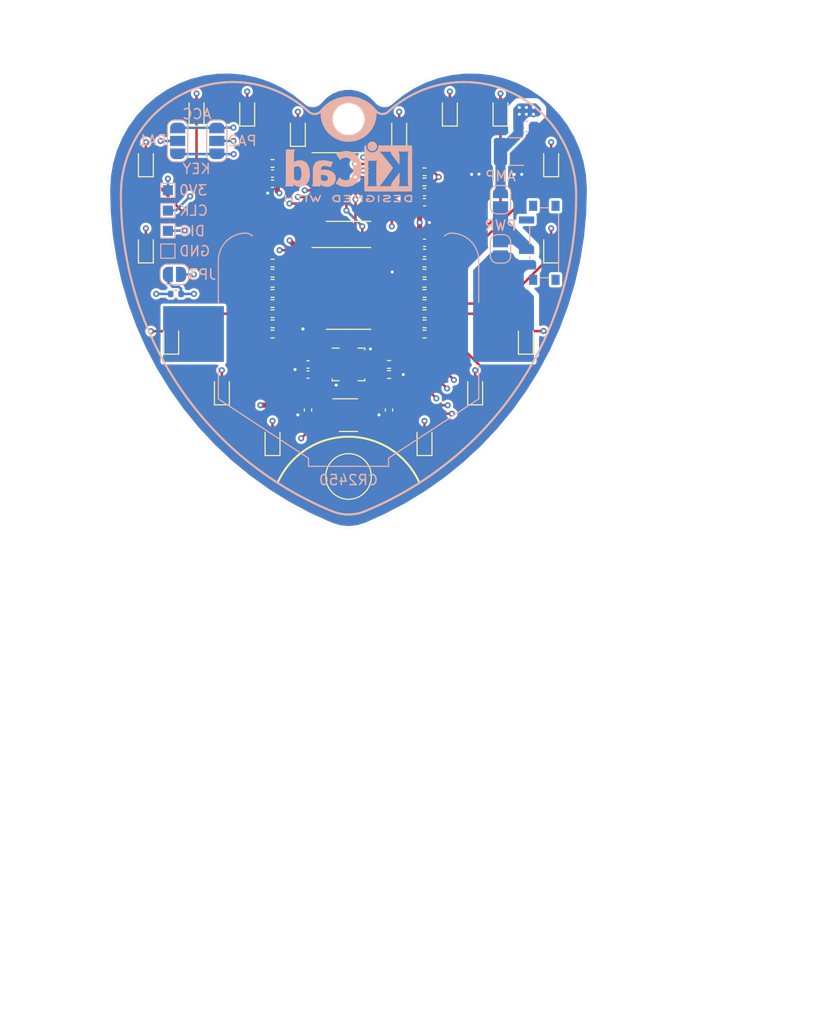
<source format=kicad_pcb>
(kicad_pcb (version 20171130) (host pcbnew "(5.1.9)-1")
  (layers (0 F.Cu signal) (1 In1.Cu signal) (2 In2.Cu signal) (31 B.Cu signal) (34 B.Paste user) (35 F.Paste user) (36 B.SilkS user) (37 F.SilkS user) (38 B.Mask user) (39 F.Mask user) (44 Edge.Cuts user))
  (net 0 "")
  (net 1 VCC)
  (net 2 GND)
  (net 3 +3V0)
  (net 4 "Net-(D0-Pad1)")
  (net 5 "Net-(D1-Pad1)")
  (net 6 "Net-(D2-Pad1)")
  (net 7 "Net-(D3-Pad1)")
  (net 8 "Net-(D4-Pad1)")
  (net 9 "Net-(D5-Pad1)")
  (net 10 "Net-(D6-Pad1)")
  (net 11 "Net-(D7-Pad1)")
  (net 12 "Net-(D8-Pad1)")
  (net 13 "Net-(D9-Pad1)")
  (net 14 "Net-(D10-Pad1)")
  (net 15 "Net-(D11-Pad1)")
  (net 16 "Net-(D12-Pad1)")
  (net 17 "Net-(D13-Pad1)")
  (net 18 "Net-(D14-Pad1)")
  (net 19 "Net-(D15-Pad1)")
  (net 20 SWDIO)
  (net 21 SWDCLK)
  (net 22 TCA6416A_RESET)
  (net 23 "Net-(JP3-Pad1)")
  (net 24 I2C_SCL)
  (net 25 I2C_SDA)
  (net 26 "Net-(SW1-Pad1)")
  (net 27 "Net-(U1-Pad14)")
  (net 28 "Net-(U1-Pad13)")
  (net 29 "Net-(U1-Pad11)")
  (net 30 "Net-(U1-Pad10)")
  (net 31 "Net-(U1-Pad9)")
  (net 32 LIS3DH_INT2)
  (net 33 LIS3DH_INT1)
  (net 34 "Net-(U1-Pad3)")
  (net 35 "Net-(U1-Pad2)")
  (net 36 "Net-(U2-Pad1)")
  (net 37 "Net-(U3-Pad16)")
  (net 38 "Net-(U3-Pad15)")
  (net 39 "Net-(U3-Pad13)")
  (net 40 "Net-(U3-Pad3)")
  (net 41 "Net-(U3-Pad2)")
  (net 42 "Net-(C5-Pad1)")
  (net 43 "Net-(JP1-Pad2)")
  (net 44 "Net-(C10-Pad2)")
  (net 45 "Net-(U4-Pad5)")
  (net 46 "Net-(U4-Pad4)")
  (net 47 TOUCH_KEY_1)
  (net 48 "Net-(R0-Pad1)")
  (net 49 "Net-(R1-Pad1)")
  (net 50 "Net-(R2-Pad1)")
  (net 51 "Net-(R3-Pad1)")
  (net 52 "Net-(R4-Pad1)")
  (net 53 "Net-(R5-Pad1)")
  (net 54 "Net-(R6-Pad1)")
  (net 55 "Net-(R7-Pad1)")
  (net 56 "Net-(R8-Pad1)")
  (net 57 "Net-(R9-Pad1)")
  (net 58 "Net-(R10-Pad1)")
  (net 59 "Net-(R11-Pad1)")
  (net 60 "Net-(R12-Pad1)")
  (net 61 "Net-(R13-Pad1)")
  (net 62 "Net-(R14-Pad1)")
  (net 63 "Net-(R15-Pad1)")
  (net 64 "Net-(R21-Pad2)")
  (net 65 "Net-(R25-Pad1)")
  (net 66 "Net-(R26-Pad2)")
  (net 67 PA1)
  (net 68 PA2)
  (module Package_LGA:LGA-16_3x3mm_P0.5mm_LayoutBorder3x5y (layer F.Cu) (at 50 85)
    (fp_text reference U3 hide)
    (fp_text value LIS3DH)
    (pad 16 smd roundrect (at -0.5 -1.225) (size 0.35 0.55) (layers F.Cu F.Paste F.Mask) (net 37 "Net-(U3-Pad16)"))
    (pad 15 smd roundrect (at 0 -1.225) (size 0.35 0.55) (layers F.Cu F.Paste F.Mask) (net 38 "Net-(U3-Pad15)"))
    (pad 14 smd roundrect (at 0.5 -1.225) (size 0.35 0.55) (layers F.Cu F.Paste F.Mask) (net 3 +3V0))
    (pad 13 smd roundrect (at 1.225 -1) (size 0.55 0.35) (layers F.Cu F.Paste F.Mask) (net 39 "Net-(U3-Pad13)"))
    (pad 12 smd roundrect (at 1.225 -0.5) (size 0.55 0.35) (layers F.Cu F.Paste F.Mask) (net 2 GND))
    (pad 11 smd roundrect (at 1.225 0) (size 0.55 0.35) (layers F.Cu F.Paste F.Mask) (net 33 LIS3DH_INT1))
    (pad 10 smd roundrect (at 1.225 0.5) (size 0.55 0.35) (layers F.Cu F.Paste F.Mask) (net 2 GND))
    (pad 9 smd roundrect (at 1.225 1) (size 0.55 0.35) (layers F.Cu F.Paste F.Mask) (net 32 LIS3DH_INT2))
    (pad 8 smd roundrect (at 0.5 1.225) (size 0.35 0.55) (layers F.Cu F.Paste F.Mask) (net 65 "Net-(R25-Pad1)"))
    (pad 7 smd roundrect (at 0 1.225) (size 0.35 0.55) (layers F.Cu F.Paste F.Mask) (net 66 "Net-(R26-Pad2)"))
    (pad 6 smd roundrect (at -0.5 1.225) (size 0.35 0.55) (layers F.Cu F.Paste F.Mask) (net 25 I2C_SDA))
    (pad 5 smd roundrect (at -1.225 1) (size 0.55 0.35) (layers F.Cu F.Paste F.Mask) (net 2 GND))
    (pad 4 smd roundrect (at -1.225 0.5) (size 0.55 0.35) (layers F.Cu F.Paste F.Mask) (net 24 I2C_SCL))
    (pad 3 smd roundrect (at -1.225 0) (size 0.55 0.35) (layers F.Cu F.Paste F.Mask) (net 40 "Net-(U3-Pad3)"))
    (pad 2 smd roundrect (at -1.225 -0.5) (size 0.55 0.35) (layers F.Cu F.Paste F.Mask) (net 41 "Net-(U3-Pad2)"))
    (pad 1 smd roundrect (at -1.225 -1) (size 0.55 0.35) (layers F.Cu F.Paste F.Mask) (net 3 +3V0))
  )
  (module Package_SO:TSSOP-24_4.4x7.8mm_P0.65mm (layer F.Cu) (at 50 77.5)
    (fp_text reference U2 hide)
    (fp_text value TCA6416APWR)
    (pad 24 smd roundrect (at 2.8625 -3.575) (size 1.475 0.4) (layers F.Cu F.Paste F.Mask) (net 3 +3V0))
    (pad 23 smd roundrect (at 2.8625 -2.925) (size 1.475 0.4) (layers F.Cu F.Paste F.Mask) (net 25 I2C_SDA))
    (pad 22 smd roundrect (at 2.8625 -2.275) (size 1.475 0.4) (layers F.Cu F.Paste F.Mask) (net 24 I2C_SCL))
    (pad 21 smd roundrect (at 2.8625 -1.625) (size 1.475 0.4) (layers F.Cu F.Paste F.Mask) (net 2 GND))
    (pad 20 smd roundrect (at 2.8625 -0.975) (size 1.475 0.4) (layers F.Cu F.Paste F.Mask) (net 63 "Net-(R15-Pad1)"))
    (pad 19 smd roundrect (at 2.8625 -0.325) (size 1.475 0.4) (layers F.Cu F.Paste F.Mask) (net 62 "Net-(R14-Pad1)"))
    (pad 18 smd roundrect (at 2.8625 0.325) (size 1.475 0.4) (layers F.Cu F.Paste F.Mask) (net 61 "Net-(R13-Pad1)"))
    (pad 17 smd roundrect (at 2.8625 0.975) (size 1.475 0.4) (layers F.Cu F.Paste F.Mask) (net 60 "Net-(R12-Pad1)"))
    (pad 16 smd roundrect (at 2.8625 1.625) (size 1.475 0.4) (layers F.Cu F.Paste F.Mask) (net 59 "Net-(R11-Pad1)"))
    (pad 15 smd roundrect (at 2.8625 2.275) (size 1.475 0.4) (layers F.Cu F.Paste F.Mask) (net 58 "Net-(R10-Pad1)"))
    (pad 14 smd roundrect (at 2.8625 2.925) (size 1.475 0.4) (layers F.Cu F.Paste F.Mask) (net 57 "Net-(R9-Pad1)"))
    (pad 13 smd roundrect (at 2.8625 3.575) (size 1.475 0.4) (layers F.Cu F.Paste F.Mask) (net 56 "Net-(R8-Pad1)"))
    (pad 12 smd roundrect (at -2.8625 3.575) (size 1.475 0.4) (layers F.Cu F.Paste F.Mask) (net 2 GND))
    (pad 11 smd roundrect (at -2.8625 2.925) (size 1.475 0.4) (layers F.Cu F.Paste F.Mask) (net 55 "Net-(R7-Pad1)"))
    (pad 10 smd roundrect (at -2.8625 2.275) (size 1.475 0.4) (layers F.Cu F.Paste F.Mask) (net 54 "Net-(R6-Pad1)"))
    (pad 9 smd roundrect (at -2.8625 1.625) (size 1.475 0.4) (layers F.Cu F.Paste F.Mask) (net 53 "Net-(R5-Pad1)"))
    (pad 8 smd roundrect (at -2.8625 0.975) (size 1.475 0.4) (layers F.Cu F.Paste F.Mask) (net 52 "Net-(R4-Pad1)"))
    (pad 7 smd roundrect (at -2.8625 0.325) (size 1.475 0.4) (layers F.Cu F.Paste F.Mask) (net 51 "Net-(R3-Pad1)"))
    (pad 6 smd roundrect (at -2.8625 -0.325) (size 1.475 0.4) (layers F.Cu F.Paste F.Mask) (net 50 "Net-(R2-Pad1)"))
    (pad 5 smd roundrect (at -2.8625 -0.975) (size 1.475 0.4) (layers F.Cu F.Paste F.Mask) (net 49 "Net-(R1-Pad1)"))
    (pad 4 smd roundrect (at -2.8625 -1.625) (size 1.475 0.4) (layers F.Cu F.Paste F.Mask) (net 48 "Net-(R0-Pad1)"))
    (pad 3 smd roundrect (at -2.8625 -2.275) (size 1.475 0.4) (layers F.Cu F.Paste F.Mask) (net 22 TCA6416A_RESET))
    (pad 2 smd roundrect (at -2.8625 -2.925) (size 1.475 0.4) (layers F.Cu F.Paste F.Mask) (net 3 +3V0))
    (pad 1 smd roundrect (at -2.8625 -3.575) (size 1.475 0.4) (layers F.Cu F.Paste F.Mask) (net 36 "Net-(U2-Pad1)"))
  )
  (module Jumper:SolderJumper-3_P1.3mm_Open_RoundedPad1.0x1.5mm_NumberLabels (layer B.Cu) (at 37 62.95 90)
    (fp_text reference PA2 (at 0 2.525 180) (layer B.SilkS) (effects (justify mirror)))
    (fp_text value SolderJumper_3_Open hide)
    (pad 2 smd rect (at 0 0 90) (size 1 1.5) (layers B.Cu B.Mask) (net 68 PA2))
    (pad 3 smd custom (at 1.3 0 90) (size 1 0.5) (layers B.Cu B.Mask) (net 32 LIS3DH_INT2) (options (clearance outline) (anchor rect)) (primitives (gr_circle (center 0 -0.25) (end 0.5 -0.25) (width 0)) (gr_circle (center 0 0.25) (end 0.5 0.25) (width 0)) (gr_poly (pts (xy -0.55 0.75) (xy 0 0.75) (xy 0 -0.75) (xy -0.55 -0.75)) (width 0))))
    (pad 1 smd custom (at -1.3 0 90) (size 1 0.5) (layers B.Cu B.Mask) (net 47 TOUCH_KEY_1) (options (clearance outline) (anchor rect)) (primitives (gr_circle (center 0 -0.25) (end 0.5 -0.25) (width 0)) (gr_circle (center 0 0.25) (end 0.5 0.25) (width 0)) (gr_poly (pts (xy 0.55 0.75) (xy 0 0.75) (xy 0 -0.75) (xy 0.55 -0.75)) (width 0))))
  )
  (module Jumper:SolderJumper-3_P1.3mm_Open_RoundedPad1.0x1.5mm_NumberLabels (layer B.Cu) (at 33.135 62.95 90)
    (fp_text reference PA1 (at 0.05 -2.485 180) (layer B.SilkS) (effects (justify mirror)))
    (fp_text value SolderJumper_3_Open hide)
    (fp_text user KEY (at -2.75 1.865 180) (layer B.SilkS) (effects (justify mirror)))
    (fp_text user ACC (at 2.65 1.89 180) (layer B.SilkS) (effects (justify mirror)))
    (pad 2 smd rect (at 0 0 90) (size 1 1.5) (layers B.Cu B.Mask) (net 67 PA1))
    (pad 3 smd custom (at 1.3 0 90) (size 1 0.5) (layers B.Cu B.Mask) (net 32 LIS3DH_INT2) (options (clearance outline) (anchor rect)) (primitives (gr_circle (center 0 -0.25) (end 0.5 -0.25) (width 0)) (gr_circle (center 0 0.25) (end 0.5 0.25) (width 0)) (gr_poly (pts (xy -0.55 0.75) (xy 0 0.75) (xy 0 -0.75) (xy -0.55 -0.75)) (width 0))))
    (pad 1 smd custom (at -1.3 0 90) (size 1 0.5) (layers B.Cu B.Mask) (net 47 TOUCH_KEY_1) (options (clearance outline) (anchor rect)) (primitives (gr_circle (center 0 -0.25) (end 0.5 -0.25) (width 0)) (gr_circle (center 0 0.25) (end 0.5 0.25) (width 0)) (gr_poly (pts (xy 0.55 0.75) (xy 0 0.75) (xy 0 -0.75) (xy 0.55 -0.75)) (width 0))))
  )
  (module Symbol:KiCad-Logo2_5mm_SilkScreen (layer B.Cu) (at 50 66 180)
    (fp_text reference REF** hide)
    (fp_text value KiCad-Logo2_5mm_SilkScreen hide)
  )
  (module MountingHole:MountingHole_2.7mm (layer F.Cu) (at 50 60.8)
    (fp_text reference REF** hide)
    (fp_text value MountingHole_2.7mm)
    (pad 1 np_thru_hole circle (at 0 0) (size 2.7 2.7) (drill 2.7) (layers *.Cu *.Mask))
  )
  (module TestPoint:TestPoint_Pad_D4.0mm (layer F.Cu) (at 50 96.05)
    (fp_text reference J5 hide)
    (fp_text value TOUCH_KEY hide)
    (pad 1 smd circle (at 0 0) (size 4 4) (layers F.Cu) (net 44 "Net-(C10-Pad2)"))
  )
  (module Battery:BatteryHolder_Keystone_3008_1x2450 (layer B.Cu) (at 50 82)
    (fp_text reference CR2450 (at 0 14.4) (layer B.SilkS) (effects (justify mirror)))
    (fp_text value CR2450)
    (pad 2 smd circle (at 0 0) (size 20 20) (layers B.Cu B.Mask) (net 2 GND))
    (pad 1 smd rect (at 15.3 0) (size 6 5.5) (layers B.Cu B.Paste B.Mask) (net 1 VCC))
    (pad 1 smd rect (at -15.3 0) (size 6 5.5) (layers B.Cu B.Paste B.Mask) (net 1 VCC))
  )
  (module Package_TO_SOT_SMD:SOT-23-6 (layer F.Cu) (at 50 90)
    (fp_text reference U4 hide)
    (fp_text value Holtek-Semicon-BS812A-1 hide)
    (pad 5 smd rect (at 1.1 0) (size 1.06 0.65) (layers F.Cu F.Paste F.Mask) (net 45 "Net-(U4-Pad5)"))
    (pad 6 smd rect (at 1.1 -0.95) (size 1.06 0.65) (layers F.Cu F.Paste F.Mask) (net 44 "Net-(C10-Pad2)"))
    (pad 4 smd rect (at 1.1 0.95) (size 1.06 0.65) (layers F.Cu F.Paste F.Mask) (net 46 "Net-(U4-Pad4)"))
    (pad 3 smd rect (at -1.1 0.95) (size 1.06 0.65) (layers F.Cu F.Paste F.Mask) (net 47 TOUCH_KEY_1))
    (pad 2 smd rect (at -1.1 0) (size 1.06 0.65) (layers F.Cu F.Paste F.Mask) (net 2 GND))
    (pad 1 smd rect (at -1.1 -0.95) (size 1.06 0.65) (layers F.Cu F.Paste F.Mask) (net 3 +3V0))
  )
  (module Capacitor_SMD:C_0402_1005Metric (layer F.Cu) (at 46 89.5 90)
    (fp_text reference C11 hide)
    (fp_text value 100nF)
    (pad 2 smd roundrect (at 0.48 0 90) (size 0.56 0.62) (layers F.Cu F.Paste F.Mask) (net 3 +3V0))
    (pad 1 smd roundrect (at -0.48 0 90) (size 0.56 0.62) (layers F.Cu F.Paste F.Mask) (net 2 GND))
  )
  (module Capacitor_SMD:C_0402_1005Metric (layer F.Cu) (at 54 89.5 90)
    (fp_text reference C10 hide)
    (fp_text value 25pF)
    (pad 2 smd roundrect (at 0.48 0 90) (size 0.56 0.62) (layers F.Cu F.Paste F.Mask) (net 44 "Net-(C10-Pad2)"))
    (pad 1 smd roundrect (at -0.48 0 90) (size 0.56 0.62) (layers F.Cu F.Paste F.Mask) (net 2 GND))
  )
  (module Button_Switch_SMD:SW_SPDT_PCM12 (layer B.Cu) (at 69 73 270)
    (fp_text reference SW1 hide)
    (fp_text value SW_SPDT hide)
    (pad "" smd rect (at -3.65 0.78 270) (size 1 0.8) (layers B.Cu B.Paste B.Mask))
    (pad "" smd rect (at 3.65 0.78 270) (size 1 0.8) (layers B.Cu B.Paste B.Mask))
    (pad "" smd rect (at 3.65 -1.43 270) (size 1 0.8) (layers B.Cu B.Paste B.Mask))
    (pad "" smd rect (at -3.65 -1.43 270) (size 1 0.8) (layers B.Cu B.Paste B.Mask))
    (pad 3 smd rect (at 2.25 1.43 270) (size 0.7 1.5) (layers B.Cu B.Paste B.Mask) (net 1 VCC))
    (pad 2 smd rect (at 0.75 1.43 270) (size 0.7 1.5) (layers B.Cu B.Paste B.Mask) (net 43 "Net-(JP1-Pad2)"))
    (pad 1 smd rect (at -2.25 1.43 270) (size 0.7 1.5) (layers B.Cu B.Paste B.Mask) (net 26 "Net-(SW1-Pad1)"))
  )
  (module Jumper:SolderJumper-2_P1.3mm_Open_RoundedPad1.0x1.5mm (layer B.Cu) (at 32.82 76.12 180)
    (fp_text reference JP3 (at -2.75 -0.01) (layer B.SilkS) (effects (justify mirror)))
    (fp_text value Jumper hide)
    (pad 2 smd custom (at 0.65 0 180) (size 1 0.5) (layers B.Cu B.Mask) (net 22 TCA6416A_RESET) (options (clearance outline) (anchor rect)) (primitives (gr_circle (center 0 -0.25) (end 0.5 -0.25) (width 0)) (gr_circle (center 0 0.25) (end 0.5 0.25) (width 0)) (gr_poly (pts (xy 0 0.75) (xy -0.5 0.75) (xy -0.5 -0.75) (xy 0 -0.75)) (width 0))))
    (pad 1 smd custom (at -0.65 0 180) (size 1 0.5) (layers B.Cu B.Mask) (net 23 "Net-(JP3-Pad1)") (options (clearance outline) (anchor rect)) (primitives (gr_circle (center 0 -0.25) (end 0.5 -0.25) (width 0)) (gr_circle (center 0 0.25) (end 0.5 0.25) (width 0)) (gr_poly (pts (xy 0 0.75) (xy 0.5 0.75) (xy 0.5 -0.75) (xy 0 -0.75)) (width 0))))
  )
  (module Capacitor_SMD:C_1210_3225Metric_Pad1.33x2.70mm_HandSolder (layer B.Cu) (at 66.5625 64)
    (fp_text reference C0 hide)
    (fp_text value 47uF hide)
    (pad 2 smd roundrect (at 1.5625 0) (size 1.325 2.7) (layers B.Cu B.Paste B.Mask) (roundrect_rratio 0.188679) (net 2 GND))
    (pad 1 smd roundrect (at -1.5625 0) (size 1.325 2.7) (layers B.Cu B.Paste B.Mask) (roundrect_rratio 0.188679) (net 3 +3V0))
  )
  (module TestPoint:TestPoint_Pad_1.0x1.0mm (layer B.Cu) (at 32.17 73.82 270)
    (fp_text reference J4 hide)
    (fp_text value GND (at 0 -2.65 180) (layer B.SilkS) (effects (justify mirror)))
    (pad 1 smd rect (at 0 0 270) (size 1 1) (layers B.Cu B.Mask) (net 2 GND))
  )
  (module TestPoint:TestPoint_Pad_1.0x1.0mm (layer B.Cu) (at 32.17 69.82 270)
    (fp_text reference J3 hide)
    (fp_text value CLK (at 0 -2.55 180) (layer B.SilkS) (effects (justify mirror)))
    (pad 1 smd rect (at 0 0 270) (size 1 1) (layers B.Cu B.Mask) (net 21 SWDCLK))
  )
  (module TestPoint:TestPoint_Pad_1.0x1.0mm (layer B.Cu) (at 32.17 71.82 270)
    (fp_text reference J2 hide)
    (fp_text value DIO (at 0.025 -2.4 180) (layer B.SilkS) (effects (justify mirror)))
    (pad 1 smd rect (at 0 0 270) (size 1 1) (layers B.Cu B.Mask) (net 20 SWDIO))
  )
  (module TestPoint:TestPoint_Pad_1.0x1.0mm (layer B.Cu) (at 32.17 67.82 270)
    (fp_text reference J1 hide)
    (fp_text value 3V0 (at 0 -2.5 180) (layer B.SilkS) (effects (justify mirror)))
    (pad 1 smd rect (at 0 0 270) (size 1 1) (layers B.Cu B.Mask) (net 3 +3V0))
  )
  (module Capacitor_SMD:C_0603_1608Metric (layer B.Cu) (at 67.55 61.525)
    (fp_text reference C1 hide)
    (fp_text value 100nF hide)
    (pad 2 smd roundrect (at 0.775 0) (size 0.9 0.95) (layers B.Cu B.Paste B.Mask) (net 2 GND))
    (pad 1 smd roundrect (at -0.775 0) (size 0.9 0.95) (layers B.Cu B.Paste B.Mask) (net 3 +3V0))
  )
  (module LED_SMD:LED_0603_1608Metric (layer F.Cu) (at 30 73.5 90)
    (fp_text reference D4 hide)
    (fp_text value LED)
    (pad 2 smd roundrect (at 0.7875 0 90) (size 0.875 0.95) (layers F.Cu F.Paste F.Mask) (net 3 +3V0))
    (pad 1 smd roundrect (at -0.7875 0 90) (size 0.875 0.95) (layers F.Cu F.Paste F.Mask) (net 8 "Net-(D4-Pad1)"))
  )
  (module LED_SMD:LED_0603_1608Metric (layer F.Cu) (at 42.5 92.5 90)
    (fp_text reference D7 hide)
    (fp_text value LED)
    (pad 2 smd roundrect (at 0.7875 0 90) (size 0.875 0.95) (layers F.Cu F.Paste F.Mask) (net 3 +3V0))
    (pad 1 smd roundrect (at -0.7875 0 90) (size 0.875 0.95) (layers F.Cu F.Paste F.Mask) (net 11 "Net-(D7-Pad1)"))
  )
  (module Resistor_SMD:R_0402_1005Metric (layer F.Cu) (at 54 86 180)
    (fp_text reference R26 hide)
    (fp_text value 10k hide)
    (pad 2 smd roundrect (at 0.51 0 180) (size 0.54 0.64) (layers F.Cu F.Paste F.Mask) (net 66 "Net-(R26-Pad2)"))
    (pad 1 smd roundrect (at -0.51 0 180) (size 0.54 0.64) (layers F.Cu F.Paste F.Mask) (net 2 GND))
  )
  (module Resistor_SMD:R_0402_1005Metric (layer F.Cu) (at 54 85)
    (fp_text reference R25 hide)
    (fp_text value 10k hide)
    (pad 2 smd roundrect (at 0.51 0) (size 0.54 0.64) (layers F.Cu F.Paste F.Mask) (net 3 +3V0))
    (pad 1 smd roundrect (at -0.51 0) (size 0.54 0.64) (layers F.Cu F.Paste F.Mask) (net 65 "Net-(R25-Pad1)"))
  )
  (module Resistor_SMD:R_0402_1005Metric (layer F.Cu) (at 57.5 75)
    (fp_text reference R15 hide)
    (fp_text value R)
    (pad 2 smd roundrect (at 0.51 0) (size 0.54 0.64) (layers F.Cu F.Paste F.Mask) (net 19 "Net-(D15-Pad1)"))
    (pad 1 smd roundrect (at -0.51 0) (size 0.54 0.64) (layers F.Cu F.Paste F.Mask) (net 63 "Net-(R15-Pad1)"))
  )
  (module Resistor_SMD:R_0402_1005Metric (layer F.Cu) (at 57.5 76)
    (fp_text reference R14 hide)
    (fp_text value R)
    (pad 2 smd roundrect (at 0.51 0) (size 0.54 0.64) (layers F.Cu F.Paste F.Mask) (net 18 "Net-(D14-Pad1)"))
    (pad 1 smd roundrect (at -0.51 0) (size 0.54 0.64) (layers F.Cu F.Paste F.Mask) (net 62 "Net-(R14-Pad1)"))
  )
  (module Resistor_SMD:R_0402_1005Metric (layer F.Cu) (at 57.5 77)
    (fp_text reference R13 hide)
    (fp_text value R)
    (pad 2 smd roundrect (at 0.51 0) (size 0.54 0.64) (layers F.Cu F.Paste F.Mask) (net 17 "Net-(D13-Pad1)"))
    (pad 1 smd roundrect (at -0.51 0) (size 0.54 0.64) (layers F.Cu F.Paste F.Mask) (net 61 "Net-(R13-Pad1)"))
  )
  (module Resistor_SMD:R_0402_1005Metric (layer F.Cu) (at 57.5 78)
    (fp_text reference R12 hide)
    (fp_text value R)
    (pad 2 smd roundrect (at 0.51 0) (size 0.54 0.64) (layers F.Cu F.Paste F.Mask) (net 16 "Net-(D12-Pad1)"))
    (pad 1 smd roundrect (at -0.51 0) (size 0.54 0.64) (layers F.Cu F.Paste F.Mask) (net 60 "Net-(R12-Pad1)"))
  )
  (module Resistor_SMD:R_0402_1005Metric (layer F.Cu) (at 57.5 79)
    (fp_text reference R11 hide)
    (fp_text value R)
    (pad 2 smd roundrect (at 0.51 0) (size 0.54 0.64) (layers F.Cu F.Paste F.Mask) (net 15 "Net-(D11-Pad1)"))
    (pad 1 smd roundrect (at -0.51 0) (size 0.54 0.64) (layers F.Cu F.Paste F.Mask) (net 59 "Net-(R11-Pad1)"))
  )
  (module Resistor_SMD:R_0402_1005Metric (layer F.Cu) (at 57.5 80)
    (fp_text reference R10 hide)
    (fp_text value R)
    (pad 2 smd roundrect (at 0.51 0) (size 0.54 0.64) (layers F.Cu F.Paste F.Mask) (net 14 "Net-(D10-Pad1)"))
    (pad 1 smd roundrect (at -0.51 0) (size 0.54 0.64) (layers F.Cu F.Paste F.Mask) (net 58 "Net-(R10-Pad1)"))
  )
  (module Resistor_SMD:R_0402_1005Metric (layer F.Cu) (at 57.5 81)
    (fp_text reference R9 hide)
    (fp_text value R)
    (pad 2 smd roundrect (at 0.51 0) (size 0.54 0.64) (layers F.Cu F.Paste F.Mask) (net 13 "Net-(D9-Pad1)"))
    (pad 1 smd roundrect (at -0.51 0) (size 0.54 0.64) (layers F.Cu F.Paste F.Mask) (net 57 "Net-(R9-Pad1)"))
  )
  (module Resistor_SMD:R_0402_1005Metric (layer F.Cu) (at 57.5 82)
    (fp_text reference R8 hide)
    (fp_text value R)
    (pad 2 smd roundrect (at 0.51 0) (size 0.54 0.64) (layers F.Cu F.Paste F.Mask) (net 12 "Net-(D8-Pad1)"))
    (pad 1 smd roundrect (at -0.51 0) (size 0.54 0.64) (layers F.Cu F.Paste F.Mask) (net 56 "Net-(R8-Pad1)"))
  )
  (module Resistor_SMD:R_0402_1005Metric (layer F.Cu) (at 42.5 82 180)
    (fp_text reference R7 hide)
    (fp_text value R)
    (pad 2 smd roundrect (at 0.51 0 180) (size 0.54 0.64) (layers F.Cu F.Paste F.Mask) (net 11 "Net-(D7-Pad1)"))
    (pad 1 smd roundrect (at -0.51 0 180) (size 0.54 0.64) (layers F.Cu F.Paste F.Mask) (net 55 "Net-(R7-Pad1)"))
  )
  (module Resistor_SMD:R_0402_1005Metric (layer F.Cu) (at 42.5 81 180)
    (fp_text reference R6 hide)
    (fp_text value R)
    (pad 2 smd roundrect (at 0.51 0 180) (size 0.54 0.64) (layers F.Cu F.Paste F.Mask) (net 10 "Net-(D6-Pad1)"))
    (pad 1 smd roundrect (at -0.51 0 180) (size 0.54 0.64) (layers F.Cu F.Paste F.Mask) (net 54 "Net-(R6-Pad1)"))
  )
  (module Resistor_SMD:R_0402_1005Metric (layer F.Cu) (at 42.5 80 180)
    (fp_text reference R5 hide)
    (fp_text value R)
    (pad 2 smd roundrect (at 0.51 0 180) (size 0.54 0.64) (layers F.Cu F.Paste F.Mask) (net 9 "Net-(D5-Pad1)"))
    (pad 1 smd roundrect (at -0.51 0 180) (size 0.54 0.64) (layers F.Cu F.Paste F.Mask) (net 53 "Net-(R5-Pad1)"))
  )
  (module Resistor_SMD:R_0402_1005Metric (layer F.Cu) (at 42.5 79 180)
    (fp_text reference R4 hide)
    (fp_text value R)
    (pad 2 smd roundrect (at 0.51 0 180) (size 0.54 0.64) (layers F.Cu F.Paste F.Mask) (net 8 "Net-(D4-Pad1)"))
    (pad 1 smd roundrect (at -0.51 0 180) (size 0.54 0.64) (layers F.Cu F.Paste F.Mask) (net 52 "Net-(R4-Pad1)"))
  )
  (module Resistor_SMD:R_0402_1005Metric (layer F.Cu) (at 42.5 75 180)
    (fp_text reference R0 hide)
    (fp_text value R)
    (pad 2 smd roundrect (at 0.51 0 180) (size 0.54 0.64) (layers F.Cu F.Paste F.Mask) (net 4 "Net-(D0-Pad1)"))
    (pad 1 smd roundrect (at -0.51 0 180) (size 0.54 0.64) (layers F.Cu F.Paste F.Mask) (net 48 "Net-(R0-Pad1)"))
  )
  (module Resistor_SMD:R_0402_1005Metric (layer F.Cu) (at 42.5 76 180)
    (fp_text reference R1 hide)
    (fp_text value R)
    (pad 2 smd roundrect (at 0.51 0 180) (size 0.54 0.64) (layers F.Cu F.Paste F.Mask) (net 5 "Net-(D1-Pad1)"))
    (pad 1 smd roundrect (at -0.51 0 180) (size 0.54 0.64) (layers F.Cu F.Paste F.Mask) (net 49 "Net-(R1-Pad1)"))
  )
  (module Resistor_SMD:R_0402_1005Metric (layer F.Cu) (at 42.5 78 180)
    (fp_text reference R3 hide)
    (fp_text value R)
    (pad 2 smd roundrect (at 0.51 0 180) (size 0.54 0.64) (layers F.Cu F.Paste F.Mask) (net 7 "Net-(D3-Pad1)"))
    (pad 1 smd roundrect (at -0.51 0 180) (size 0.54 0.64) (layers F.Cu F.Paste F.Mask) (net 51 "Net-(R3-Pad1)"))
  )
  (module Resistor_SMD:R_0402_1005Metric (layer F.Cu) (at 42.5 77 180)
    (fp_text reference R2 hide)
    (fp_text value R)
    (pad 2 smd roundrect (at 0.51 0 180) (size 0.54 0.64) (layers F.Cu F.Paste F.Mask) (net 6 "Net-(D2-Pad1)"))
    (pad 1 smd roundrect (at -0.51 0 180) (size 0.54 0.64) (layers F.Cu F.Paste F.Mask) (net 50 "Net-(R2-Pad1)"))
  )
  (module Resistor_SMD:R_0402_1005Metric (layer B.Cu) (at 32.96 78.045 180)
    (fp_text reference R24 hide)
    (fp_text value R_Small hide)
    (pad 2 smd roundrect (at 0.51 0 180) (size 0.54 0.64) (layers B.Cu B.Paste B.Mask) (net 3 +3V0))
    (pad 1 smd roundrect (at -0.51 0 180) (size 0.54 0.64) (layers B.Cu B.Paste B.Mask) (net 22 TCA6416A_RESET))
  )
  (module Resistor_SMD:R_0402_1005Metric (layer F.Cu) (at 57.5 66 180)
    (fp_text reference R23 hide)
    (fp_text value 10k hide)
    (pad 2 smd roundrect (at 0.51 0 180) (size 0.54 0.64) (layers F.Cu F.Paste F.Mask) (net 25 I2C_SDA))
    (pad 1 smd roundrect (at -0.51 0 180) (size 0.54 0.64) (layers F.Cu F.Paste F.Mask) (net 3 +3V0))
  )
  (module Resistor_SMD:R_0402_1005Metric (layer F.Cu) (at 57.5 67)
    (fp_text reference R22 hide)
    (fp_text value 10k hide)
    (pad 2 smd roundrect (at 0.51 0) (size 0.54 0.64) (layers F.Cu F.Paste F.Mask) (net 3 +3V0))
    (pad 1 smd roundrect (at -0.51 0) (size 0.54 0.64) (layers F.Cu F.Paste F.Mask) (net 24 I2C_SCL))
  )
  (module Resistor_SMD:R_0402_1005Metric (layer F.Cu) (at 42.5 65.175)
    (fp_text reference R21 hide)
    (fp_text value 10k hide)
    (pad 2 smd roundrect (at 0.51 0) (size 0.54 0.64) (layers F.Cu F.Paste F.Mask) (net 64 "Net-(R21-Pad2)"))
    (pad 1 smd roundrect (at -0.51 0) (size 0.54 0.64) (layers F.Cu F.Paste F.Mask) (net 2 GND))
  )
  (module LED_SMD:LED_0603_1608Metric (layer F.Cu) (at 55 62 90)
    (fp_text reference D15 hide)
    (fp_text value LED)
    (pad 2 smd roundrect (at 0.7875 0 90) (size 0.875 0.95) (layers F.Cu F.Paste F.Mask) (net 3 +3V0))
    (pad 1 smd roundrect (at -0.7875 0 90) (size 0.875 0.95) (layers F.Cu F.Paste F.Mask) (net 19 "Net-(D15-Pad1)"))
  )
  (module LED_SMD:LED_0603_1608Metric (layer F.Cu) (at 60 60 90)
    (fp_text reference D14 hide)
    (fp_text value LED)
    (pad 2 smd roundrect (at 0.7875 0 90) (size 0.875 0.95) (layers F.Cu F.Paste F.Mask) (net 3 +3V0))
    (pad 1 smd roundrect (at -0.7875 0 90) (size 0.875 0.95) (layers F.Cu F.Paste F.Mask) (net 18 "Net-(D14-Pad1)"))
  )
  (module LED_SMD:LED_0603_1608Metric (layer F.Cu) (at 65 60 90)
    (fp_text reference D13 hide)
    (fp_text value LED)
    (pad 2 smd roundrect (at 0.7875 0 90) (size 0.875 0.95) (layers F.Cu F.Paste F.Mask) (net 3 +3V0))
    (pad 1 smd roundrect (at -0.7875 0 90) (size 0.875 0.95) (layers F.Cu F.Paste F.Mask) (net 17 "Net-(D13-Pad1)"))
  )
  (module LED_SMD:LED_0603_1608Metric (layer F.Cu) (at 70 65 90)
    (fp_text reference D12 hide)
    (fp_text value LED)
    (pad 2 smd roundrect (at 0.7875 0 90) (size 0.875 0.95) (layers F.Cu F.Paste F.Mask) (net 3 +3V0))
    (pad 1 smd roundrect (at -0.7875 0 90) (size 0.875 0.95) (layers F.Cu F.Paste F.Mask) (net 16 "Net-(D12-Pad1)"))
  )
  (module LED_SMD:LED_0603_1608Metric (layer F.Cu) (at 70 73.5 90)
    (fp_text reference D11 hide)
    (fp_text value LED)
    (pad 2 smd roundrect (at 0.7875 0 90) (size 0.875 0.95) (layers F.Cu F.Paste F.Mask) (net 3 +3V0))
    (pad 1 smd roundrect (at -0.7875 0 90) (size 0.875 0.95) (layers F.Cu F.Paste F.Mask) (net 15 "Net-(D11-Pad1)"))
  )
  (module LED_SMD:LED_0603_1608Metric (layer F.Cu) (at 67.5 82.5 90)
    (fp_text reference D10 hide)
    (fp_text value LED)
    (pad 2 smd roundrect (at 0.7875 0 90) (size 0.875 0.95) (layers F.Cu F.Paste F.Mask) (net 3 +3V0))
    (pad 1 smd roundrect (at -0.7875 0 90) (size 0.875 0.95) (layers F.Cu F.Paste F.Mask) (net 14 "Net-(D10-Pad1)"))
  )
  (module LED_SMD:LED_0603_1608Metric (layer F.Cu) (at 62.5 87.5 90)
    (fp_text reference D9 hide)
    (fp_text value LED)
    (pad 2 smd roundrect (at 0.7875 0 90) (size 0.875 0.95) (layers F.Cu F.Paste F.Mask) (net 3 +3V0))
    (pad 1 smd roundrect (at -0.7875 0 90) (size 0.875 0.95) (layers F.Cu F.Paste F.Mask) (net 13 "Net-(D9-Pad1)"))
  )
  (module LED_SMD:LED_0603_1608Metric (layer F.Cu) (at 57.5 92.5 90)
    (fp_text reference D8 hide)
    (fp_text value LED)
    (pad 2 smd roundrect (at 0.7875 0 90) (size 0.875 0.95) (layers F.Cu F.Paste F.Mask) (net 3 +3V0))
    (pad 1 smd roundrect (at -0.7875 0 90) (size 0.875 0.95) (layers F.Cu F.Paste F.Mask) (net 12 "Net-(D8-Pad1)"))
  )
  (module LED_SMD:LED_0603_1608Metric (layer F.Cu) (at 37.5 87.5 90)
    (fp_text reference D6 hide)
    (fp_text value LED)
    (pad 2 smd roundrect (at 0.7875 0 90) (size 0.875 0.95) (layers F.Cu F.Paste F.Mask) (net 3 +3V0))
    (pad 1 smd roundrect (at -0.7875 0 90) (size 0.875 0.95) (layers F.Cu F.Paste F.Mask) (net 10 "Net-(D6-Pad1)"))
  )
  (module LED_SMD:LED_0603_1608Metric (layer F.Cu) (at 32.5 82.5 90)
    (fp_text reference D5 hide)
    (fp_text value LED)
    (pad 2 smd roundrect (at 0.7875 0 90) (size 0.875 0.95) (layers F.Cu F.Paste F.Mask) (net 3 +3V0))
    (pad 1 smd roundrect (at -0.7875 0 90) (size 0.875 0.95) (layers F.Cu F.Paste F.Mask) (net 9 "Net-(D5-Pad1)"))
  )
  (module LED_SMD:LED_0603_1608Metric (layer F.Cu) (at 30 65 90)
    (fp_text reference D3 hide)
    (fp_text value LED)
    (pad 2 smd roundrect (at 0.7875 0 90) (size 0.875 0.95) (layers F.Cu F.Paste F.Mask) (net 3 +3V0))
    (pad 1 smd roundrect (at -0.7875 0 90) (size 0.875 0.95) (layers F.Cu F.Paste F.Mask) (net 7 "Net-(D3-Pad1)"))
  )
  (module LED_SMD:LED_0603_1608Metric (layer F.Cu) (at 35 60 90)
    (fp_text reference D2 hide)
    (fp_text value LED)
    (pad 2 smd roundrect (at 0.7875 0 90) (size 0.875 0.95) (layers F.Cu F.Paste F.Mask) (net 3 +3V0))
    (pad 1 smd roundrect (at -0.7875 0 90) (size 0.875 0.95) (layers F.Cu F.Paste F.Mask) (net 6 "Net-(D2-Pad1)"))
  )
  (module LED_SMD:LED_0603_1608Metric (layer F.Cu) (at 40 60 90)
    (fp_text reference D1 hide)
    (fp_text value LED)
    (pad 2 smd roundrect (at 0.7875 0 90) (size 0.875 0.95) (layers F.Cu F.Paste F.Mask) (net 3 +3V0))
    (pad 1 smd roundrect (at -0.7875 0 90) (size 0.875 0.95) (layers F.Cu F.Paste F.Mask) (net 5 "Net-(D1-Pad1)"))
  )
  (module LED_SMD:LED_0603_1608Metric (layer F.Cu) (at 45 62 90)
    (fp_text reference D0 hide)
    (fp_text value LED)
    (pad 2 smd roundrect (at 0.7875 0 90) (size 0.875 0.95) (layers F.Cu F.Paste F.Mask) (net 3 +3V0))
    (pad 1 smd roundrect (at -0.7875 0 90) (size 0.875 0.95) (layers F.Cu F.Paste F.Mask) (net 4 "Net-(D0-Pad1)"))
  )
  (module Capacitor_SMD:C_0402_1005Metric (layer F.Cu) (at 46 86 180)
    (fp_text reference C9 hide)
    (fp_text value 100nF)
    (pad 2 smd roundrect (at 0.48 0 180) (size 0.56 0.62) (layers F.Cu F.Paste F.Mask) (net 2 GND))
    (pad 1 smd roundrect (at -0.48 0 180) (size 0.56 0.62) (layers F.Cu F.Paste F.Mask) (net 3 +3V0))
  )
  (module Capacitor_SMD:C_0402_1005Metric (layer F.Cu) (at 46 85)
    (fp_text reference C8 hide)
    (fp_text value 10uF)
    (pad 2 smd roundrect (at 0.48 0) (size 0.56 0.62) (layers F.Cu F.Paste F.Mask) (net 3 +3V0))
    (pad 1 smd roundrect (at -0.48 0) (size 0.56 0.62) (layers F.Cu F.Paste F.Mask) (net 2 GND))
  )
  (module Capacitor_SMD:C_0402_1005Metric (layer F.Cu) (at 57.5 73 180)
    (fp_text reference C7 hide)
    (fp_text value 10nF)
    (pad 2 smd roundrect (at 0.48 0 180) (size 0.56 0.62) (layers F.Cu F.Paste F.Mask) (net 3 +3V0))
    (pad 1 smd roundrect (at -0.48 0 180) (size 0.56 0.62) (layers F.Cu F.Paste F.Mask) (net 2 GND))
  )
  (module Capacitor_SMD:C_0402_1005Metric (layer F.Cu) (at 57.5 74)
    (fp_text reference C6 hide)
    (fp_text value 100nF)
    (pad 2 smd roundrect (at 0.48 0) (size 0.56 0.62) (layers F.Cu F.Paste F.Mask) (net 2 GND))
    (pad 1 smd roundrect (at -0.48 0) (size 0.56 0.62) (layers F.Cu F.Paste F.Mask) (net 3 +3V0))
  )
  (module Capacitor_SMD:C_0402_1005Metric (layer F.Cu) (at 42.5 67.175 180)
    (fp_text reference C4 hide)
    (fp_text value 100nF)
    (pad 2 smd roundrect (at 0.48 0 180) (size 0.56 0.62) (layers F.Cu F.Paste F.Mask) (net 2 GND))
    (pad 1 smd roundrect (at -0.48 0 180) (size 0.56 0.62) (layers F.Cu F.Paste F.Mask) (net 3 +3V0))
  )
  (module Capacitor_SMD:C_0402_1005Metric (layer F.Cu) (at 57.5 68 180)
    (fp_text reference C3 hide)
    (fp_text value 10nF)
    (pad 2 smd roundrect (at 0.48 0 180) (size 0.56 0.62) (layers F.Cu F.Paste F.Mask) (net 3 +3V0))
    (pad 1 smd roundrect (at -0.48 0 180) (size 0.56 0.62) (layers F.Cu F.Paste F.Mask) (net 2 GND))
  )
  (module Capacitor_SMD:C_0402_1005Metric (layer F.Cu) (at 57.5 69)
    (fp_text reference C2 hide)
    (fp_text value 100nF)
    (pad 2 smd roundrect (at 0.48 0) (size 0.56 0.62) (layers F.Cu F.Paste F.Mask) (net 2 GND))
    (pad 1 smd roundrect (at -0.48 0) (size 0.56 0.62) (layers F.Cu F.Paste F.Mask) (net 3 +3V0))
  )
  (module Capacitor_SMD:C_0402_1005Metric (layer F.Cu) (at 42.5 66.175 180)
    (fp_text reference C5 hide)
    (fp_text value 10nF)
    (pad 2 smd roundrect (at 0.48 0 180) (size 0.56 0.62) (layers F.Cu F.Paste F.Mask) (net 2 GND))
    (pad 1 smd roundrect (at -0.48 0 180) (size 0.56 0.62) (layers F.Cu F.Paste F.Mask) (net 42 "Net-(C5-Pad1)"))
  )
  (module Package_SO:TSSOP-20_4.4x6.5mm_P0.65mm (layer F.Cu) (at 50 67.5)
    (fp_text reference U1 hide)
    (fp_text value STM32L031F6Px)
    (pad 20 smd roundrect (at 2.8625 -2.925) (size 1.475 0.4) (layers F.Cu F.Paste F.Mask) (net 21 SWDCLK))
    (pad 19 smd roundrect (at 2.8625 -2.275) (size 1.475 0.4) (layers F.Cu F.Paste F.Mask) (net 20 SWDIO))
    (pad 18 smd roundrect (at 2.8625 -1.625) (size 1.475 0.4) (layers F.Cu F.Paste F.Mask) (net 25 I2C_SDA))
    (pad 17 smd roundrect (at 2.8625 -0.975) (size 1.475 0.4) (layers F.Cu F.Paste F.Mask) (net 24 I2C_SCL))
    (pad 16 smd roundrect (at 2.8625 -0.325) (size 1.475 0.4) (layers F.Cu F.Paste F.Mask) (net 3 +3V0))
    (pad 15 smd roundrect (at 2.8625 0.325) (size 1.475 0.4) (layers F.Cu F.Paste F.Mask) (net 2 GND))
    (pad 14 smd roundrect (at 2.8625 0.975) (size 1.475 0.4) (layers F.Cu F.Paste F.Mask) (net 27 "Net-(U1-Pad14)"))
    (pad 13 smd roundrect (at 2.8625 1.625) (size 1.475 0.4) (layers F.Cu F.Paste F.Mask) (net 28 "Net-(U1-Pad13)"))
    (pad 12 smd roundrect (at 2.8625 2.275) (size 1.475 0.4) (layers F.Cu F.Paste F.Mask) (net 23 "Net-(JP3-Pad1)"))
    (pad 11 smd roundrect (at 2.8625 2.925) (size 1.475 0.4) (layers F.Cu F.Paste F.Mask) (net 29 "Net-(U1-Pad11)"))
    (pad 10 smd roundrect (at -2.8625 2.925) (size 1.475 0.4) (layers F.Cu F.Paste F.Mask) (net 30 "Net-(U1-Pad10)"))
    (pad 9 smd roundrect (at -2.8625 2.275) (size 1.475 0.4) (layers F.Cu F.Paste F.Mask) (net 31 "Net-(U1-Pad9)"))
    (pad 8 smd roundrect (at -2.8625 1.625) (size 1.475 0.4) (layers F.Cu F.Paste F.Mask) (net 68 PA2))
    (pad 7 smd roundrect (at -2.8625 0.975) (size 1.475 0.4) (layers F.Cu F.Paste F.Mask) (net 67 PA1))
    (pad 6 smd roundrect (at -2.8625 0.325) (size 1.475 0.4) (layers F.Cu F.Paste F.Mask) (net 33 LIS3DH_INT1))
    (pad 5 smd roundrect (at -2.8625 -0.325) (size 1.475 0.4) (layers F.Cu F.Paste F.Mask) (net 3 +3V0))
    (pad 4 smd roundrect (at -2.8625 -0.975) (size 1.475 0.4) (layers F.Cu F.Paste F.Mask) (net 42 "Net-(C5-Pad1)"))
    (pad 3 smd roundrect (at -2.8625 -1.625) (size 1.475 0.4) (layers F.Cu F.Paste F.Mask) (net 34 "Net-(U1-Pad3)"))
    (pad 2 smd roundrect (at -2.8625 -2.275) (size 1.475 0.4) (layers F.Cu F.Paste F.Mask) (net 35 "Net-(U1-Pad2)"))
    (pad 1 smd roundrect (at -2.8625 -2.925) (size 1.475 0.4) (layers F.Cu F.Paste F.Mask) (net 64 "Net-(R21-Pad2)"))
  )
  (module Jumper:SolderJumper-2_P1.3mm_Open_RoundedPad1.0x1.5mm (layer B.Cu) (at 65 68.75 90)
    (fp_text reference JP2 hide)
    (fp_text value AMP (at 2.325 0) (layer B.SilkS) (effects (justify mirror)))
    (pad 2 smd custom (at 0.65 0 90) (size 1 0.5) (layers B.Cu B.Mask) (net 3 +3V0) (options (clearance outline) (anchor rect)) (primitives (gr_circle (center 0 -0.25) (end 0.5 -0.25) (width 0)) (gr_circle (center 0 0.25) (end 0.5 0.25) (width 0)) (gr_poly (pts (xy 0 0.75) (xy -0.5 0.75) (xy -0.5 -0.75) (xy 0 -0.75)) (width 0))))
    (pad 1 smd custom (at -0.65 0 90) (size 1 0.5) (layers B.Cu B.Mask) (net 43 "Net-(JP1-Pad2)") (options (clearance outline) (anchor rect)) (primitives (gr_circle (center 0 -0.25) (end 0.5 -0.25) (width 0)) (gr_circle (center 0 0.25) (end 0.5 0.25) (width 0)) (gr_poly (pts (xy 0 0.75) (xy 0.5 0.75) (xy 0.5 -0.75) (xy 0 -0.75)) (width 0))))
  )
  (module Jumper:SolderJumper-2_P1.3mm_Open_RoundedPad1.0x1.5mm (layer B.Cu) (at 65 73.6 90)
    (fp_text reference JP1 hide)
    (fp_text value PWR (at 2.3 0) (layer B.SilkS) (effects (justify mirror)))
    (pad 2 smd custom (at 0.65 0 90) (size 1 0.5) (layers B.Cu B.Mask) (net 43 "Net-(JP1-Pad2)") (options (clearance outline) (anchor rect)) (primitives (gr_circle (center 0 -0.25) (end 0.5 -0.25) (width 0)) (gr_circle (center 0 0.25) (end 0.5 0.25) (width 0)) (gr_poly (pts (xy 0 0.75) (xy -0.5 0.75) (xy -0.5 -0.75) (xy 0 -0.75)) (width 0))))
    (pad 1 smd custom (at -0.65 0 90) (size 1 0.5) (layers B.Cu B.Mask) (net 1 VCC) (options (clearance outline) (anchor rect)) (primitives (gr_circle (center 0 -0.25) (end 0.5 -0.25) (width 0)) (gr_circle (center 0 0.25) (end 0.5 0.25) (width 0)) (gr_poly (pts (xy 0 0.75) (xy 0.5 0.75) (xy 0.5 -0.75) (xy 0 -0.75)) (width 0))))
  )
  (gr_arc (start 50.006349 60.288693) (end 52.636348 59.968694) (angle 194.5) (layer B.SilkS) (width 0.2))
  (gr_poly (pts (xy 49.66 58.73) (xy 49.45 58.76) (xy 49.27 58.8) (xy 48.95 58.92) (xy 48.83 58.96) (xy 48.58 59.08) (xy 48.37 59.15) (xy 48.2 59.26) (xy 47.94 59.46) (xy 47.76 59.6) (xy 47.64 59.74) (xy 47.47 59.95) (xy 47.47 60.11) (xy 47.45 60.27) (xy 47.45 60.47) (xy 47.48 60.67) (xy 47.52 60.94) (xy 47.56 61.11) (xy 47.68 61.38) (xy 47.78 61.58) (xy 48 61.9) (xy 48.14 62.06) (xy 48.33 62.25) (xy 48.52 62.38) (xy 48.7 62.5) (xy 48.88 62.63) (xy 49.11 62.72) (xy 49.37 62.8) (xy 49.69 62.86) (xy 50.04 62.88) (xy 50.04 62.5) (xy 49.84 62.47) (xy 49.62 62.42) (xy 49.42 62.35) (xy 49.18 62.26) (xy 49 62.11) (xy 48.86 61.99) (xy 48.69 61.83) (xy 48.5 61.5) (xy 48.4 61.3) (xy 48.35 61.03) (xy 48.36 60.81) (xy 48.39 60.54) (xy 48.4 60.37) (xy 48.49 60.13) (xy 48.59 59.94) (xy 48.9 59.56) (xy 49.15 59.4) (xy 49.34 59.27) (xy 49.61 59.18) (xy 49.81 59.14) (xy 50.04 59.14) (xy 50.04 58.71) (xy 49.78 58.71)) (layer B.SilkS) (width 0.1))
  (gr_poly (pts (xy 50.04 59.15) (xy 50.24 59.17) (xy 50.48 59.22) (xy 50.75 59.34) (xy 51.04 59.52) (xy 51.32 59.77) (xy 51.46 59.99) (xy 51.6 60.3) (xy 51.65 60.52) (xy 51.68 60.79) (xy 51.66 61.1) (xy 51.57 61.48) (xy 51.42 61.7) (xy 51.22 61.98) (xy 51.02 62.14) (xy 50.77 62.29) (xy 50.5 62.4) (xy 50.23 62.48) (xy 50.14 62.49) (xy 50.04 62.49) (xy 50.04 62.87) (xy 50.5 62.85) (xy 51.1 62.65) (xy 51.79 62.21) (xy 52.3 61.59) (xy 52.62 60.85) (xy 52.65 60.31) (xy 52.65 60.03) (xy 52.58 59.86) (xy 52.2 59.49) (xy 51.91 59.29) (xy 51.62 59.12) (xy 51.1 58.88) (xy 50.71 58.78) (xy 50.22 58.73) (xy 50.04 58.73)) (layer B.SilkS) (width 0.1))
  (gr_poly (pts (xy 50.38 58.72) (xy 50.59 58.75) (xy 50.77 58.79) (xy 51.09 58.91) (xy 51.21 58.95) (xy 51.46 59.07) (xy 51.67 59.14) (xy 51.84 59.25) (xy 52.1 59.45) (xy 52.28 59.59) (xy 52.4 59.73) (xy 52.57 59.94) (xy 52.57 60.1) (xy 52.59 60.26) (xy 52.59 60.46) (xy 52.56 60.66) (xy 52.52 60.93) (xy 52.48 61.1) (xy 52.36 61.37) (xy 52.26 61.57) (xy 52.04 61.89) (xy 51.9 62.05) (xy 51.71 62.24) (xy 51.52 62.37) (xy 51.34 62.49) (xy 51.16 62.62) (xy 50.93 62.71) (xy 50.67 62.79) (xy 50.35 62.85) (xy 50 62.87) (xy 50 62.49) (xy 50.2 62.46) (xy 50.42 62.41) (xy 50.62 62.34) (xy 50.86 62.25) (xy 51.04 62.1) (xy 51.18 61.98) (xy 51.35 61.82) (xy 51.54 61.49) (xy 51.64 61.29) (xy 51.69 61.02) (xy 51.68 60.8) (xy 51.65 60.53) (xy 51.64 60.36) (xy 51.55 60.12) (xy 51.45 59.93) (xy 51.14 59.55) (xy 50.89 59.39) (xy 50.7 59.26) (xy 50.43 59.17) (xy 50.23 59.13) (xy 50 59.13) (xy 50 58.7) (xy 50.26 58.7)) (layer F.SilkS) (width 0.1))
  (gr_poly (pts (xy 50 59.14) (xy 49.8 59.16) (xy 49.56 59.21) (xy 49.29 59.33) (xy 49 59.51) (xy 48.72 59.76) (xy 48.58 59.98) (xy 48.44 60.29) (xy 48.39 60.51) (xy 48.36 60.78) (xy 48.38 61.09) (xy 48.47 61.47) (xy 48.62 61.69) (xy 48.82 61.97) (xy 49.02 62.13) (xy 49.27 62.28) (xy 49.54 62.39) (xy 49.81 62.47) (xy 49.9 62.48) (xy 50 62.48) (xy 50 62.86) (xy 49.54 62.84) (xy 48.94 62.64) (xy 48.25 62.2) (xy 47.74 61.58) (xy 47.42 60.84) (xy 47.39 60.3) (xy 47.39 60.02) (xy 47.46 59.85) (xy 47.84 59.48) (xy 48.13 59.28) (xy 48.42 59.11) (xy 48.94 58.87) (xy 49.33 58.77) (xy 49.82 58.72) (xy 50 58.72)) (layer F.SilkS) (width 0.1))
  (gr_arc (start 50 60.27) (end 47.370001 59.950001) (angle -194.5) (layer F.SilkS) (width 0.2))
  (gr_arc (start 50 99.8) (end 56.999999 96.670001) (angle -131.9) (layer F.SilkS) (width 0.2))
  (gr_text "" (at 55.801868 105.003514) (layer B.SilkS) (effects (font (size 0.241681 0.217512) (thickness 0.03021)) (justify left top)))
  (gr_text "" (at 15.601868 65.278514) (layer B.SilkS) (effects (font (size 0.241681 0.217512) (thickness 0.03021)) (justify left top)))
  (gr_circle (center 50.005122 60.8) (end 51.505122 61.475) (layer B.SilkS) (width 0.15))
  (gr_circle (center 50 60.8) (end 51.5 60.125) (layer F.SilkS) (width 0.15))
  (gr_text "" (at 27.537365 108.070283) (layer F.SilkS) (effects (font (size 4.83362 4.350258) (thickness 0.604202)) (justify left top)))
  (gr_arc (start 53.346941 59.443537) (end 52.677553 59.967387) (angle -94.62084646) (layer F.SilkS) (width 0.2))
  (gr_arc (start 50 62.062789) (end 52.677553 59.967387) (angle -103.90789) (layer F.SilkS) (width 0.2))
  (gr_arc (start 46.653058 59.443537) (end 46.076983 60.068547) (angle -94.62084646) (layer F.SilkS) (width 0.2))
  (gr_arc (start 38.588011 68.193681) (end 46.076983 60.068547) (angle -132.6669014) (layer F.SilkS) (width 0.2))
  (gr_arc (start 61.127702 68.401998) (end 27.538011 68.193681) (angle -68.06729905) (layer F.SilkS) (width 0.2))
  (gr_arc (start 50 95.550287) (end 48.388132 99.482765) (angle -44.57606982) (layer F.SilkS) (width 0.2))
  (gr_arc (start 38.872297 68.401998) (end 51.611867 99.482765) (angle -68.06729905) (layer F.SilkS) (width 0.2))
  (gr_arc (start 61.411988 68.193681) (end 72.461988 68.193681) (angle -132.6669014) (layer F.SilkS) (width 0.2))
  (gr_text "" (at 27.537365 108.070283) (layer B.SilkS) (effects (font (size 4.83362 4.350258) (thickness 0.604202)) (justify left top)))
  (gr_arc (start 53.346941 59.443537) (end 52.677553 59.967387) (angle -94.62084646) (layer B.SilkS) (width 0.2))
  (gr_arc (start 50 62.062789) (end 52.677553 59.967387) (angle -103.90789) (layer B.SilkS) (width 0.2))
  (gr_arc (start 46.653058 59.443537) (end 46.076983 60.068547) (angle -94.62084646) (layer B.SilkS) (width 0.2))
  (gr_arc (start 38.588011 68.193681) (end 46.076983 60.068547) (angle -132.6669014) (layer B.SilkS) (width 0.2))
  (gr_arc (start 61.127702 68.401998) (end 27.538011 68.193681) (angle -68.06729905) (layer B.SilkS) (width 0.2))
  (gr_arc (start 50 95.550287) (end 48.388132 99.482765) (angle -44.57606982) (layer B.SilkS) (width 0.2))
  (gr_arc (start 38.872297 68.401998) (end 51.611867 99.482765) (angle -68.06729905) (layer B.SilkS) (width 0.2))
  (gr_arc (start 61.411988 68.193681) (end 72.461988 68.193681) (angle -132.6669014) (layer B.SilkS) (width 0.2))
  (gr_text "" (at 95.79406 77.321528) (layer F.SilkS) (effects (font (size 2.53765 2.283885) (thickness 0.317206)) (justify left top)))
  (gr_text "" (at 26.216034 109.470202) (layer Edge.Cuts) (effects (font (size 4.83362 4.350258) (thickness 0.604202)) (justify left top)))
  (gr_arc (start 53.54382 58.469529) (end 52.835056 59.024194) (angle -94.62084646) (layer Edge.Cuts) (width 0.01))
  (gr_arc (start 50 61.242855) (end 52.835056 59.024194) (angle -103.90789) (layer Edge.Cuts) (width 0.01))
  (gr_arc (start 46.456179 58.469529) (end 45.846218 59.131305) (angle -94.62084646) (layer Edge.Cuts) (width 0.01))
  (gr_arc (start 37.916718 67.734388) (end 45.846218 59.131305) (angle -132.6669014) (layer Edge.Cuts) (width 0.01))
  (gr_arc (start 61.782272 67.954959) (end 26.216718 67.734388) (angle -68.06729905) (layer Edge.Cuts) (width 0.01))
  (gr_arc (start 50 96.700206) (end 48.293316 100.864006) (angle -44.57606982) (layer Edge.Cuts) (width 0.01))
  (gr_arc (start 38.217727 67.954959) (end 51.706683 100.864006) (angle -68.06729905) (layer Edge.Cuts) (width 0.01))
  (gr_arc (start 62.083281 67.734388) (end 73.783281 67.734388) (angle -132.6669014) (layer Edge.Cuts) (width 0.01))
  (gr_text "" (at 66.76294 96.896721) (layer Edge.Cuts) (effects (font (size 2.900172 2.610154) (thickness 0.362521)) (justify left top)))
  (via (at 44.725 85.5) (size 0.6) (drill 0.3) (layers F.Cu B.Cu) (net 2))
  (via (at 32.175 66.675) (size 0.6) (drill 0.3) (layers F.Cu B.Cu) (net 3))
  (via (at 66.85 60.325) (size 0.6) (drill 0.3) (layers F.Cu B.Cu) (net 3))
  (via (at 67.55 60.325) (size 0.6) (drill 0.3) (layers F.Cu B.Cu) (net 3))
  (via (at 68.25 60.325) (size 0.6) (drill 0.3) (layers F.Cu B.Cu) (net 3))
  (via (at 68.25 59.65) (size 0.6) (drill 0.3) (layers F.Cu B.Cu) (net 3))
  (via (at 67.55 59.65) (size 0.6) (drill 0.3) (layers F.Cu B.Cu) (net 3))
  (via (at 66.85 59.65) (size 0.6) (drill 0.3) (layers F.Cu B.Cu) (net 3))
  (via (at 45.5 81.5) (size 0.6) (drill 0.3) (layers F.Cu B.Cu) (net 2))
  (via (at 54.32 75.88) (size 0.6) (drill 0.3) (layers F.Cu B.Cu) (net 2))
  (via (at 42.02 68.1) (size 0.6) (drill 0.3) (layers F.Cu B.Cu) (net 2))
  (via (at 54.98 68.65) (size 0.6) (drill 0.3) (layers F.Cu B.Cu) (net 2))
  (via (at 57.98 71) (size 0.6) (drill 0.3) (layers F.Cu B.Cu) (net 2))
  (segment (start 52.8675 67.82) (end 52.8625 67.825) (width 0.25) (layer F.Cu) (net 2))
  (segment (start 52.8675 75.88) (end 52.8625 75.875) (width 0.25) (layer F.Cu) (net 2))
  (segment (start 48.88 89.98) (end 48.9 90) (width 0.25) (layer F.Cu) (net 2))
  (segment (start 46 89.98) (end 48.88 89.98) (width 0.25) (layer F.Cu) (net 2))
  (segment (start 46 89.98) (end 45 89.98) (width 0.25) (layer F.Cu) (net 2))
  (segment (start 45 89.98) (end 45 89.98) (width 0.25) (layer F.Cu) (net 2))
  (via (at 45 89.98) (size 0.6) (drill 0.3) (layers F.Cu B.Cu) (net 2))
  (via (at 53 89.975) (size 0.6) (drill 0.3) (layers F.Cu B.Cu) (net 2))
  (segment (start 53.995 89.975) (end 54 89.98) (width 0.25) (layer F.Cu) (net 2))
  (segment (start 53 89.975) (end 53.995 89.975) (width 0.25) (layer F.Cu) (net 2))
  (segment (start 47.1125 81.05) (end 47.1375 81.075) (width 0.25) (layer F.Cu) (net 2))
  (via (at 62.875 66.225) (size 0.6) (drill 0.3) (layers F.Cu B.Cu) (net 2))
  (via (at 62.15 66.25) (size 0.6) (drill 0.3) (layers F.Cu B.Cu) (net 2))
  (via (at 66.35 66.25) (size 0.6) (drill 0.3) (layers F.Cu B.Cu) (net 2))
  (via (at 67.1 66.25) (size 0.6) (drill 0.3) (layers F.Cu B.Cu) (net 2))
  (segment (start 45.225 85) (end 44.725 85.5) (width 0.25) (layer F.Cu) (net 2))
  (segment (start 45.52 85) (end 45.225 85) (width 0.25) (layer F.Cu) (net 2))
  (segment (start 45.225 86) (end 44.725 85.5) (width 0.25) (layer F.Cu) (net 2))
  (segment (start 45.52 86) (end 45.225 86) (width 0.25) (layer F.Cu) (net 2))
  (segment (start 54.51 86) (end 55.4 86) (width 0.25) (layer F.Cu) (net 2))
  (segment (start 55.4 86) (end 55.4 86) (width 0.25) (layer F.Cu) (net 2))
  (via (at 55.4 86) (size 0.6) (drill 0.3) (layers F.Cu B.Cu) (net 2))
  (via (at 48.78 87.04) (size 0.6) (drill 0.3) (layers F.Cu B.Cu) (net 2))
  (segment (start 52.16 84.08) (end 52.16 83.47) (width 0.25) (layer F.Cu) (net 2))
  (segment (start 52.16 83.47) (end 52.16 83.47) (width 0.25) (layer F.Cu) (net 2))
  (via (at 52.16 83.47) (size 0.6) (drill 0.3) (layers F.Cu B.Cu) (net 2))
  (segment (start 51.74 84.5) (end 52.16 84.08) (width 0.25) (layer F.Cu) (net 2))
  (segment (start 51.225 84.5) (end 51.74 84.5) (width 0.25) (layer F.Cu) (net 2))
  (segment (start 50.5 84.5) (end 51.225 84.5) (width 0.25) (layer F.Cu) (net 2))
  (segment (start 50.18 84.82) (end 50.5 84.5) (width 0.25) (layer F.Cu) (net 2))
  (segment (start 50.18 85.13) (end 50.18 84.82) (width 0.25) (layer F.Cu) (net 2))
  (segment (start 50.55 85.5) (end 50.18 85.13) (width 0.25) (layer F.Cu) (net 2))
  (segment (start 51.225 85.5) (end 50.55 85.5) (width 0.25) (layer F.Cu) (net 2))
  (segment (start 48.775 87.035) (end 48.78 87.04) (width 0.25) (layer F.Cu) (net 2))
  (segment (start 48.775 86) (end 48.775 87.035) (width 0.25) (layer F.Cu) (net 2))
  (segment (start 57.98 68) (end 57.98 69) (width 0.5) (layer F.Cu) (net 2))
  (segment (start 57.98 71) (end 57.98 69) (width 0.5) (layer F.Cu) (net 2))
  (segment (start 57.98 71) (end 57.98 73) (width 0.5) (layer F.Cu) (net 2))
  (segment (start 41.99 65.175) (end 41.99 66.145) (width 0.5) (layer F.Cu) (net 2))
  (segment (start 42.02 66.175) (end 41.99 66.145) (width 0.5) (layer F.Cu) (net 2))
  (segment (start 42.02 66.175) (end 42.02 67.175) (width 0.5) (layer F.Cu) (net 2))
  (segment (start 42.02 67.175) (end 42.02 68.1) (width 0.5) (layer F.Cu) (net 2))
  (segment (start 57.98 74) (end 57.98 73) (width 0.5) (layer F.Cu) (net 2))
  (segment (start 54.315 75.875) (end 54.32 75.88) (width 0.5) (layer F.Cu) (net 2))
  (segment (start 52.8625 75.875) (end 54.315 75.875) (width 0.5) (layer F.Cu) (net 2))
  (segment (start 45.925 81.075) (end 45.5 81.5) (width 0.5) (layer F.Cu) (net 2))
  (segment (start 47.1375 81.075) (end 45.925 81.075) (width 0.5) (layer F.Cu) (net 2))
  (segment (start 52.8625 67.825) (end 54.155 67.825) (width 0.25) (layer F.Cu) (net 2))
  (segment (start 54.20501 67.87501) (end 54.155 67.87501) (width 0.5) (layer F.Cu) (net 2))
  (segment (start 54.98 68.65) (end 54.20501 67.87501) (width 0.5) (layer F.Cu) (net 2))
  (via (at 55 60.075) (size 0.6) (drill 0.3) (layers F.Cu B.Cu) (net 3))
  (via (at 60 58.075) (size 0.6) (drill 0.3) (layers F.Cu B.Cu) (net 3))
  (via (at 65 58.275) (size 0.6) (drill 0.3) (layers F.Cu B.Cu) (net 3))
  (via (at 70 63.075) (size 0.6) (drill 0.3) (layers F.Cu B.Cu) (net 3))
  (via (at 70 71.575) (size 0.6) (drill 0.3) (layers F.Cu B.Cu) (net 3))
  (via (at 62.5 85.575) (size 0.6) (drill 0.3) (layers F.Cu B.Cu) (net 3))
  (via (at 57.5 90.575) (size 0.6) (drill 0.3) (layers F.Cu B.Cu) (net 3))
  (via (at 42.5 90.575) (size 0.6) (drill 0.3) (layers F.Cu B.Cu) (net 3))
  (via (at 37.5 85.575) (size 0.6) (drill 0.3) (layers F.Cu B.Cu) (net 3))
  (via (at 30 71.575) (size 0.6) (drill 0.3) (layers F.Cu B.Cu) (net 3))
  (via (at 30 63.075) (size 0.6) (drill 0.3) (layers F.Cu B.Cu) (net 3))
  (via (at 35 58.275) (size 0.6) (drill 0.3) (layers F.Cu B.Cu) (net 3))
  (via (at 40 58.075) (size 0.6) (drill 0.3) (layers F.Cu B.Cu) (net 3))
  (via (at 45 60.075) (size 0.6) (drill 0.3) (layers F.Cu B.Cu) (net 3))
  (via (at 30.5 81.725) (size 0.6) (drill 0.3) (layers F.Cu B.Cu) (net 3))
  (via (at 69.25 81.7) (size 0.6) (drill 0.3) (layers F.Cu B.Cu) (net 3))
  (via (at 43.175 68.1) (size 0.6) (drill 0.3) (layers F.Cu B.Cu) (net 3))
  (via (at 57.02 71) (size 0.6) (drill 0.3) (layers F.Cu B.Cu) (net 3))
  (via (at 58.9 66.51) (size 0.6) (drill 0.3) (layers F.Cu B.Cu) (net 3))
  (segment (start 58.39 66) (end 58.9 66.51) (width 0.25) (layer F.Cu) (net 3))
  (segment (start 58.01 66) (end 58.39 66) (width 0.25) (layer F.Cu) (net 3))
  (segment (start 58.41 67) (end 58.9 66.51) (width 0.25) (layer F.Cu) (net 3))
  (segment (start 58.01 67) (end 58.41 67) (width 0.25) (layer F.Cu) (net 3))
  (segment (start 42.97 67.185) (end 42.98 67.175) (width 0.25) (layer F.Cu) (net 3))
  (segment (start 52.9375 74) (end 52.8625 73.925) (width 0.25) (layer F.Cu) (net 3))
  (segment (start 48.87 89.02) (end 48.9 89.05) (width 0.25) (layer F.Cu) (net 3))
  (segment (start 46 89.02) (end 48.87 89.02) (width 0.25) (layer F.Cu) (net 3))
  (segment (start 55 61.2125) (end 55 60.075) (width 0.25) (layer F.Cu) (net 3))
  (segment (start 60 59.2125) (end 60 58.075) (width 0.25) (layer F.Cu) (net 3))
  (segment (start 70 63.075) (end 70 64.2125) (width 0.25) (layer F.Cu) (net 3))
  (segment (start 70 71.575) (end 70 72.7125) (width 0.25) (layer F.Cu) (net 3))
  (segment (start 62.5 85.575) (end 62.5 86.7125) (width 0.25) (layer F.Cu) (net 3))
  (segment (start 57.5 90.575) (end 57.5 91.7125) (width 0.25) (layer F.Cu) (net 3))
  (segment (start 42.5 91.7125) (end 42.5 90.575) (width 0.25) (layer F.Cu) (net 3))
  (segment (start 37.5 86.7125) (end 37.5 85.575) (width 0.25) (layer F.Cu) (net 3))
  (segment (start 30 72.7125) (end 30 71.575) (width 0.25) (layer F.Cu) (net 3))
  (segment (start 30 64.2125) (end 30 63.075) (width 0.25) (layer F.Cu) (net 3))
  (segment (start 40 59.2125) (end 40 58.075) (width 0.25) (layer F.Cu) (net 3))
  (segment (start 45 61.2125) (end 45 60.075) (width 0.25) (layer F.Cu) (net 3))
  (segment (start 35 58.275) (end 35 59.2125) (width 0.25) (layer F.Cu) (net 3))
  (segment (start 65 58.275) (end 65 59.2125) (width 0.25) (layer F.Cu) (net 3))
  (via (at 44.18 72.77) (size 0.6) (drill 0.3) (layers F.Cu B.Cu) (net 3))
  (segment (start 69.2375 81.7125) (end 69.25 81.7) (width 0.25) (layer F.Cu) (net 3))
  (segment (start 67.5 81.7125) (end 69.2375 81.7125) (width 0.25) (layer F.Cu) (net 3))
  (segment (start 32.4875 81.725) (end 32.5 81.7125) (width 0.25) (layer F.Cu) (net 3))
  (segment (start 30.5 81.725) (end 32.4875 81.725) (width 0.25) (layer F.Cu) (net 3))
  (segment (start 65 68.1) (end 65 64) (width 1) (layer B.Cu) (net 3))
  (segment (start 66.775 62.225) (end 66.775 61.525) (width 1) (layer B.Cu) (net 3))
  (segment (start 65 64) (end 66.775 62.225) (width 1) (layer B.Cu) (net 3))
  (segment (start 43.175 68.1) (end 43.175 68.075) (width 0.25) (layer F.Cu) (net 3))
  (segment (start 32.175 67.815) (end 32.17 67.82) (width 0.25) (layer B.Cu) (net 3))
  (segment (start 32.175 66.675) (end 32.175 67.815) (width 0.25) (layer B.Cu) (net 3))
  (segment (start 46.48 86) (end 46.48 86.595) (width 0.25) (layer F.Cu) (net 3))
  (segment (start 46.48 86) (end 46.48 85) (width 0.25) (layer F.Cu) (net 3))
  (segment (start 55.325002 85) (end 57.5 87.174998) (width 0.25) (layer F.Cu) (net 3))
  (segment (start 54.51 85) (end 55.325002 85) (width 0.25) (layer F.Cu) (net 3))
  (segment (start 41.3 89.02) (end 41.3 89.02) (width 0.25) (layer F.Cu) (net 3))
  (via (at 41.3 89.02) (size 0.6) (drill 0.3) (layers F.Cu B.Cu) (net 3))
  (via (at 58.67 88.35) (size 0.6) (drill 0.3) (layers F.Cu B.Cu) (net 3))
  (segment (start 57.5 87.18) (end 57.5 87.174998) (width 0.25) (layer F.Cu) (net 3))
  (segment (start 58.67 88.35) (end 57.5 87.18) (width 0.25) (layer F.Cu) (net 3))
  (segment (start 47.18 85.13) (end 47.18 87.02) (width 0.25) (layer F.Cu) (net 3))
  (segment (start 46.2825 87.9175) (end 45.1575 87.9175) (width 0.25) (layer F.Cu) (net 3))
  (segment (start 47.18 87.02) (end 46.2825 87.9175) (width 0.25) (layer F.Cu) (net 3))
  (segment (start 46.48 86.595) (end 45.1575 87.9175) (width 0.25) (layer F.Cu) (net 3))
  (segment (start 32.45 78.045) (end 31.02 78.04) (width 0.25) (layer B.Cu) (net 3))
  (segment (start 31.02 78.04) (end 31.025 78.045) (width 0.25) (layer B.Cu) (net 3))
  (via (at 31.02 78.04) (size 0.6) (drill 0.3) (layers F.Cu B.Cu) (net 3))
  (segment (start 48.31001 83.99999) (end 48.775 83.99999) (width 0.25) (layer F.Cu) (net 3))
  (segment (start 47.18 85.13) (end 48.31001 83.99999) (width 0.25) (layer F.Cu) (net 3))
  (segment (start 50.14 82.57) (end 50.5 82.93) (width 0.25) (layer F.Cu) (net 3))
  (segment (start 47.81 82.57) (end 50.14 82.57) (width 0.25) (layer F.Cu) (net 3))
  (segment (start 46.48 83.9) (end 47.81 82.57) (width 0.25) (layer F.Cu) (net 3))
  (segment (start 50.5 82.93) (end 50.5 83.775) (width 0.25) (layer F.Cu) (net 3))
  (segment (start 46.48 85) (end 46.48 83.9) (width 0.25) (layer F.Cu) (net 3))
  (segment (start 45.985 74.575) (end 44.18 72.77) (width 0.5) (layer F.Cu) (net 3))
  (segment (start 47.1375 74.575) (end 45.985 74.575) (width 0.5) (layer F.Cu) (net 3))
  (segment (start 56.945 73.925) (end 57.02 74) (width 0.5) (layer F.Cu) (net 3))
  (segment (start 52.8625 73.925) (end 56.945 73.925) (width 0.5) (layer F.Cu) (net 3))
  (segment (start 57.02 68) (end 57.02 69) (width 0.5) (layer F.Cu) (net 3))
  (segment (start 57.02 69) (end 57.02 71) (width 0.5) (layer F.Cu) (net 3))
  (segment (start 57.02 71) (end 57.02 73) (width 0.5) (layer F.Cu) (net 3))
  (segment (start 43.080001 67.074999) (end 42.98 67.175) (width 0.5) (layer F.Cu) (net 3))
  (segment (start 46.035001 67.074999) (end 43.080001 67.074999) (width 0.5) (layer F.Cu) (net 3))
  (segment (start 46.135002 67.175) (end 46.035001 67.074999) (width 0.5) (layer F.Cu) (net 3))
  (segment (start 47.1375 67.175) (end 46.135002 67.175) (width 0.5) (layer F.Cu) (net 3))
  (segment (start 43.175 68.1) (end 43.16 68.1) (width 0.5) (layer F.Cu) (net 3))
  (segment (start 42.98 67.92) (end 42.98 67.175) (width 0.5) (layer F.Cu) (net 3))
  (segment (start 43.16 68.1) (end 42.98 67.92) (width 0.5) (layer F.Cu) (net 3))
  (segment (start 57.02 74) (end 57.02 73) (width 0.5) (layer F.Cu) (net 3))
  (segment (start 56.756814 68) (end 57.02 68) (width 0.5) (layer F.Cu) (net 3))
  (segment (start 55.931814 67.175) (end 56.756814 68) (width 0.5) (layer F.Cu) (net 3))
  (segment (start 52.8625 67.175) (end 55.931814 67.175) (width 0.5) (layer F.Cu) (net 3))
  (segment (start 41.3 89.02) (end 46 89.02) (width 0.5) (layer F.Cu) (net 3))
  (segment (start 45.1575 87.9175) (end 44.0725 89.0025) (width 0.5) (layer F.Cu) (net 3))
  (segment (start 43.406946 62.7875) (end 45 62.7875) (width 0.25) (layer F.Cu) (net 4))
  (segment (start 41.394999 64.799447) (end 43.406946 62.7875) (width 0.25) (layer F.Cu) (net 4))
  (segment (start 41.394999 74.404999) (end 41.394999 64.799447) (width 0.25) (layer F.Cu) (net 4))
  (segment (start 41.99 75) (end 41.394999 74.404999) (width 0.25) (layer F.Cu) (net 4))
  (segment (start 40 74.01) (end 40 60.7875) (width 0.25) (layer F.Cu) (net 5))
  (segment (start 41.99 76) (end 40 74.01) (width 0.25) (layer F.Cu) (net 5))
  (segment (start 35 70.01) (end 35 60.7875) (width 0.25) (layer F.Cu) (net 6))
  (segment (start 41.99 77) (end 35 70.01) (width 0.25) (layer F.Cu) (net 6))
  (segment (start 30 66.01) (end 30 65.7875) (width 0.25) (layer F.Cu) (net 7))
  (segment (start 41.99 78) (end 33.48 69.82) (width 0.25) (layer F.Cu) (net 7))
  (segment (start 33.48 69.82) (end 30 66.01) (width 0.25) (layer F.Cu) (net 7))
  (segment (start 41.99 79) (end 41.18 79) (width 0.25) (layer F.Cu) (net 8))
  (segment (start 36.4675 74.2875) (end 30 74.2875) (width 0.25) (layer F.Cu) (net 8))
  (segment (start 41.18 79) (end 36.4675 74.2875) (width 0.25) (layer F.Cu) (net 8))
  (segment (start 32.4875 83.3) (end 32.5 83.2875) (width 0.25) (layer F.Cu) (net 9))
  (segment (start 35.7875 80) (end 32.5 83.2875) (width 0.25) (layer F.Cu) (net 9))
  (segment (start 41.99 80) (end 35.7875 80) (width 0.25) (layer F.Cu) (net 9))
  (segment (start 38.30001 87.48749) (end 37.5 88.2875) (width 0.25) (layer F.Cu) (net 10))
  (segment (start 38.30001 84.68999) (end 38.30001 87.48749) (width 0.25) (layer F.Cu) (net 10))
  (segment (start 41.99 81) (end 38.30001 84.68999) (width 0.25) (layer F.Cu) (net 10))
  (segment (start 40.674999 83.315001) (end 41.99 82) (width 0.25) (layer F.Cu) (net 11))
  (segment (start 40.674999 91.462499) (end 40.674999 83.315001) (width 0.25) (layer F.Cu) (net 11))
  (segment (start 42.5 93.2875) (end 40.674999 91.462499) (width 0.25) (layer F.Cu) (net 11))
  (segment (start 61.025001 89.960001) (end 57.697502 93.2875) (width 0.25) (layer F.Cu) (net 12))
  (segment (start 61.025001 85.015001) (end 61.025001 89.960001) (width 0.25) (layer F.Cu) (net 12))
  (segment (start 57.697502 93.2875) (end 57.5 93.2875) (width 0.25) (layer F.Cu) (net 12))
  (segment (start 58.01 82) (end 61.025001 85.015001) (width 0.25) (layer F.Cu) (net 12))
  (segment (start 63.30001 87.48749) (end 62.5 88.2875) (width 0.25) (layer F.Cu) (net 13))
  (segment (start 63.30001 85.450008) (end 63.30001 87.48749) (width 0.25) (layer F.Cu) (net 13))
  (segment (start 58.850002 81) (end 63.30001 85.450008) (width 0.25) (layer F.Cu) (net 13))
  (segment (start 58.01 81) (end 58.850002 81) (width 0.25) (layer F.Cu) (net 13))
  (segment (start 67.5 82.956494) (end 67.5 83.2875) (width 0.25) (layer F.Cu) (net 14))
  (segment (start 64.543506 80) (end 67.5 82.956494) (width 0.25) (layer F.Cu) (net 14))
  (segment (start 58.01 80) (end 64.543506 80) (width 0.25) (layer F.Cu) (net 14))
  (segment (start 65.2875 79) (end 70 74.2875) (width 0.25) (layer F.Cu) (net 15))
  (segment (start 58.01 79) (end 65.2875 79) (width 0.25) (layer F.Cu) (net 15))
  (segment (start 70 66.01) (end 70 65.7875) (width 0.25) (layer F.Cu) (net 16))
  (segment (start 58.01 78) (end 70 66.01) (width 0.25) (layer F.Cu) (net 16))
  (segment (start 65 70.01) (end 65 60.7875) (width 0.25) (layer F.Cu) (net 17))
  (segment (start 58.01 77) (end 65 70.01) (width 0.25) (layer F.Cu) (net 17))
  (segment (start 61.524999 62.312499) (end 60 60.7875) (width 0.25) (layer F.Cu) (net 18))
  (segment (start 61.524999 72.485001) (end 61.524999 62.312499) (width 0.25) (layer F.Cu) (net 18))
  (segment (start 58.01 76) (end 61.524999 72.485001) (width 0.25) (layer F.Cu) (net 18))
  (segment (start 56.102502 62.7875) (end 55 62.7875) (width 0.25) (layer F.Cu) (net 19))
  (segment (start 59.525001 66.209999) (end 56.102502 62.7875) (width 0.25) (layer F.Cu) (net 19))
  (segment (start 59.525001 73.422625) (end 59.525001 66.209999) (width 0.25) (layer F.Cu) (net 19))
  (segment (start 58.01 74.937626) (end 59.525001 73.422625) (width 0.25) (layer F.Cu) (net 19))
  (segment (start 58.01 75) (end 58.01 74.937626) (width 0.25) (layer F.Cu) (net 19))
  (segment (start 52.8625 65.225) (end 50.65 65.225) (width 0.25) (layer F.Cu) (net 20))
  (segment (start 50.65 65.225) (end 50.65 65.225) (width 0.25) (layer F.Cu) (net 20))
  (via (at 50.65 65.225) (size 0.6) (drill 0.3) (layers F.Cu B.Cu) (net 20))
  (segment (start 32.17 71.82) (end 33.83 71.79) (width 0.25) (layer B.Cu) (net 20))
  (segment (start 33.83 71.79) (end 33.8 71.82) (width 0.25) (layer B.Cu) (net 20))
  (via (at 33.83 71.79) (size 0.6) (drill 0.3) (layers F.Cu B.Cu) (net 20))
  (segment (start 52.8625 64.575) (end 51.45 64.575) (width 0.25) (layer F.Cu) (net 21))
  (segment (start 51.45 64.575) (end 51.45 64.575) (width 0.25) (layer F.Cu) (net 21))
  (via (at 51.45 64.575) (size 0.6) (drill 0.3) (layers F.Cu B.Cu) (net 21))
  (segment (start 32.17 69.82) (end 32.17 69.8) (width 0.25) (layer B.Cu) (net 21))
  (segment (start 32.17 69.8) (end 32.98 69.8) (width 0.25) (layer B.Cu) (net 21))
  (segment (start 32.98 69.8) (end 34.36 68.42) (width 0.25) (layer B.Cu) (net 21))
  (segment (start 34.36 68.42) (end 34.36 68.42) (width 0.25) (layer B.Cu) (net 21))
  (via (at 34.36 68.42) (size 0.6) (drill 0.3) (layers F.Cu B.Cu) (net 21))
  (segment (start 32.17 76.867592) (end 32.17 76.12) (width 0.25) (layer B.Cu) (net 22))
  (segment (start 32.652408 77.35) (end 32.17 76.867592) (width 0.25) (layer B.Cu) (net 22))
  (segment (start 33.28 77.35) (end 32.652408 77.35) (width 0.25) (layer B.Cu) (net 22))
  (segment (start 33.47 77.54) (end 33.28 77.35) (width 0.25) (layer B.Cu) (net 22))
  (segment (start 33.47 78.045) (end 33.47 77.54) (width 0.25) (layer B.Cu) (net 22))
  (segment (start 47.1375 75.225) (end 45.635 75.225) (width 0.25) (layer F.Cu) (net 22))
  (segment (start 45.635 75.225) (end 44.14 73.73) (width 0.25) (layer F.Cu) (net 22))
  (segment (start 44.14 73.73) (end 43.19 73.73) (width 0.25) (layer F.Cu) (net 22))
  (segment (start 43.19 73.73) (end 43.19 73.73) (width 0.25) (layer F.Cu) (net 22))
  (via (at 43.19 73.73) (size 0.6) (drill 0.3) (layers F.Cu B.Cu) (net 22))
  (segment (start 33.47 78.045) (end 34.74 78.04) (width 0.25) (layer B.Cu) (net 22))
  (segment (start 34.74 78.04) (end 34.735 78.045) (width 0.25) (layer B.Cu) (net 22))
  (via (at 34.74 78.04) (size 0.6) (drill 0.3) (layers F.Cu B.Cu) (net 22))
  (segment (start 33.47 76.12) (end 34.73 76.12) (width 0.25) (layer B.Cu) (net 23))
  (segment (start 34.73 76.12) (end 34.73 76.12) (width 0.25) (layer B.Cu) (net 23))
  (via (at 34.73 76.12) (size 0.6) (drill 0.3) (layers F.Cu B.Cu) (net 23))
  (segment (start 53.6 69.775) (end 54.27 70.445) (width 0.25) (layer F.Cu) (net 23))
  (segment (start 52.8625 69.775) (end 53.6 69.775) (width 0.25) (layer F.Cu) (net 23))
  (segment (start 54.27 70.445) (end 54.27 71.38) (width 0.25) (layer F.Cu) (net 23))
  (segment (start 54.27 71.38) (end 54.27 71.38) (width 0.25) (layer F.Cu) (net 23))
  (via (at 54.27 71.38) (size 0.6) (drill 0.3) (layers F.Cu B.Cu) (net 23))
  (segment (start 52.8625 66.525) (end 50.675 66.525) (width 0.25) (layer F.Cu) (net 24))
  (segment (start 50.675 66.525) (end 50.675 66.525) (width 0.25) (layer F.Cu) (net 24))
  (via (at 50.675 66.525) (size 0.6) (drill 0.3) (layers F.Cu B.Cu) (net 24))
  (segment (start 60.2 89.86) (end 60.2 89.86) (width 0.25) (layer F.Cu) (net 24))
  (via (at 60.2 89.86) (size 0.6) (drill 0.3) (layers F.Cu B.Cu) (net 24))
  (segment (start 50.675 73.795) (end 50.67 73.8) (width 0.25) (layer F.Cu) (net 24))
  (segment (start 50.675 66.525) (end 50.69 68.1) (width 0.25) (layer F.Cu) (net 24))
  (segment (start 50.675 73.795) (end 50.675 74.585) (width 0.25) (layer F.Cu) (net 24))
  (segment (start 51.315 75.225) (end 52.8625 75.225) (width 0.25) (layer F.Cu) (net 24))
  (segment (start 50.675 74.585) (end 51.315 75.225) (width 0.25) (layer F.Cu) (net 24))
  (segment (start 50.69 68.1) (end 50.688397 68.708397) (width 0.25) (layer F.Cu) (net 24))
  (segment (start 50.688397 68.708397) (end 50.675 73.795) (width 0.25) (layer F.Cu) (net 24))
  (via (at 50.688397 68.708397) (size 0.6) (drill 0.3) (layers F.Cu B.Cu) (net 24))
  (segment (start 48.416632 85.49999) (end 48.53 85.49999) (width 0.25) (layer F.Cu) (net 24))
  (segment (start 47.74 86.925002) (end 47.74 86.176622) (width 0.25) (layer F.Cu) (net 24))
  (segment (start 49.049997 88.234999) (end 47.74 86.925002) (width 0.25) (layer F.Cu) (net 24))
  (segment (start 54.754999 88.234999) (end 49.049997 88.234999) (width 0.25) (layer F.Cu) (net 24))
  (segment (start 47.74 86.176622) (end 48.416632 85.49999) (width 0.25) (layer F.Cu) (net 24))
  (segment (start 56.38 89.86) (end 54.754999 88.234999) (width 0.25) (layer F.Cu) (net 24))
  (segment (start 60.2 89.86) (end 56.38 89.86) (width 0.25) (layer F.Cu) (net 24))
  (segment (start 52.8625 66.525) (end 56.095 66.525) (width 0.25) (layer F.Cu) (net 24))
  (segment (start 56.57 67) (end 56.99 67) (width 0.25) (layer F.Cu) (net 24))
  (segment (start 56.095 66.525) (end 56.57 67) (width 0.25) (layer F.Cu) (net 24))
  (segment (start 56.99 66) (end 56.98 66) (width 0.25) (layer F.Cu) (net 25))
  (segment (start 56.855 65.875) (end 52.8625 65.875) (width 0.25) (layer F.Cu) (net 25))
  (segment (start 56.98 66) (end 56.855 65.875) (width 0.25) (layer F.Cu) (net 25))
  (segment (start 52.8625 65.875) (end 51.45 65.875) (width 0.25) (layer F.Cu) (net 25))
  (segment (start 51.45 65.875) (end 51.45 65.875) (width 0.25) (layer F.Cu) (net 25))
  (via (at 51.45 65.875) (size 0.6) (drill 0.3) (layers F.Cu B.Cu) (net 25))
  (segment (start 59.78 89.03) (end 59.77 89.04) (width 0.25) (layer F.Cu) (net 25))
  (via (at 59.78 89.03) (size 0.6) (drill 0.3) (layers F.Cu B.Cu) (net 25))
  (segment (start 58.11 89.04) (end 59.78 89.03) (width 0.25) (layer F.Cu) (net 25))
  (segment (start 56.470029 87.400029) (end 58.11 89.04) (width 0.25) (layer F.Cu) (net 25))
  (segment (start 49.960029 87.400029) (end 56.470029 87.400029) (width 0.25) (layer F.Cu) (net 25))
  (segment (start 52.125 74.575) (end 51.36 73.81) (width 0.25) (layer F.Cu) (net 25))
  (segment (start 52.8625 74.575) (end 52.125 74.575) (width 0.25) (layer F.Cu) (net 25))
  (segment (start 51.36 73.81) (end 51.36 71.38) (width 0.25) (layer F.Cu) (net 25))
  (segment (start 51.36 71.38) (end 51.36 71.38) (width 0.25) (layer F.Cu) (net 25))
  (via (at 51.36 71.38) (size 0.6) (drill 0.3) (layers F.Cu B.Cu) (net 25))
  (segment (start 51.36 71.38) (end 49.79 69.81) (width 0.25) (layer B.Cu) (net 25))
  (via (at 49.79 69.81) (size 0.6) (drill 0.3) (layers F.Cu B.Cu) (net 25))
  (segment (start 50.399998 65.875) (end 51.45 65.875) (width 0.25) (layer F.Cu) (net 25))
  (segment (start 49.79 66.484998) (end 50.399998 65.875) (width 0.25) (layer F.Cu) (net 25))
  (segment (start 49.79 69.81) (end 49.79 66.484998) (width 0.25) (layer F.Cu) (net 25))
  (segment (start 49.5 86.94) (end 49.960029 87.400029) (width 0.25) (layer F.Cu) (net 25))
  (segment (start 49.5 86.225) (end 49.5 86.94) (width 0.25) (layer F.Cu) (net 25))
  (segment (start 53.164456 84.35499) (end 56.71499 84.35499) (width 0.25) (layer F.Cu) (net 32))
  (segment (start 52.28359 85.235856) (end 53.164456 84.35499) (width 0.25) (layer F.Cu) (net 32))
  (segment (start 56.71499 84.35499) (end 56.71499 84.36499) (width 0.25) (layer F.Cu) (net 32))
  (segment (start 56.71499 84.36499) (end 59.72 87.37) (width 0.25) (layer F.Cu) (net 32))
  (segment (start 59.72 87.37) (end 59.72 87.37) (width 0.25) (layer F.Cu) (net 32))
  (via (at 59.72 87.37) (size 0.6) (drill 0.3) (layers F.Cu B.Cu) (net 32))
  (segment (start 33.135 61.65) (end 37 61.65) (width 0.25) (layer B.Cu) (net 32))
  (segment (start 37 61.65) (end 37.11 61.65) (width 0.25) (layer B.Cu) (net 32))
  (segment (start 37.11 61.65) (end 37.12 61.64) (width 0.25) (layer B.Cu) (net 32))
  (segment (start 37 61.65) (end 38.64 61.64) (width 0.25) (layer B.Cu) (net 32))
  (segment (start 38.64 61.64) (end 38.62 61.65) (width 0.25) (layer B.Cu) (net 32))
  (via (at 38.64 61.64) (size 0.6) (drill 0.3) (layers F.Cu B.Cu) (net 32))
  (segment (start 51.225 86) (end 51.98 86) (width 0.25) (layer F.Cu) (net 32))
  (segment (start 52.28359 85.69641) (end 52.28359 85.235856) (width 0.25) (layer F.Cu) (net 32))
  (segment (start 51.98 86) (end 52.28359 85.69641) (width 0.25) (layer F.Cu) (net 32))
  (segment (start 47.1375 67.825) (end 45.675 67.825) (width 0.25) (layer F.Cu) (net 33))
  (segment (start 45.675 67.825) (end 45.675 67.825) (width 0.25) (layer F.Cu) (net 33))
  (via (at 45.675 67.825) (size 0.6) (drill 0.3) (layers F.Cu B.Cu) (net 33))
  (segment (start 60.4 86.53) (end 60.4 86.53) (width 0.25) (layer F.Cu) (net 33))
  (via (at 60.4 86.53) (size 0.6) (drill 0.3) (layers F.Cu B.Cu) (net 33))
  (segment (start 57.77498 83.90498) (end 60.4 86.53) (width 0.25) (layer F.Cu) (net 33))
  (segment (start 52.97143 83.90498) (end 57.77498 83.90498) (width 0.25) (layer F.Cu) (net 33))
  (segment (start 51.87641 85) (end 52.97143 83.90498) (width 0.25) (layer F.Cu) (net 33))
  (segment (start 51.225 85) (end 51.87641 85) (width 0.25) (layer F.Cu) (net 33))
  (segment (start 46.4 66.525) (end 47.1375 66.525) (width 0.25) (layer F.Cu) (net 42))
  (segment (start 46.05 66.175) (end 46.4 66.525) (width 0.25) (layer F.Cu) (net 42))
  (segment (start 42.98 66.175) (end 46.05 66.175) (width 0.25) (layer F.Cu) (net 42))
  (segment (start 53.97 89.05) (end 54 89.02) (width 0.25) (layer F.Cu) (net 44))
  (segment (start 51.1 89.05) (end 53.97 89.05) (width 0.25) (layer F.Cu) (net 44))
  (segment (start 54.31 89.02) (end 54.81 89.52) (width 0.25) (layer F.Cu) (net 44))
  (segment (start 54 89.02) (end 54.31 89.02) (width 0.25) (layer F.Cu) (net 44))
  (segment (start 54.81 91.24) (end 50 96.05) (width 0.25) (layer F.Cu) (net 44))
  (segment (start 54.81 89.52) (end 54.81 91.24) (width 0.25) (layer F.Cu) (net 44))
  (segment (start 48.9 90.95) (end 46.67 90.95) (width 0.25) (layer F.Cu) (net 47))
  (segment (start 46.67 90.95) (end 45.33 92.29) (width 0.25) (layer F.Cu) (net 47))
  (segment (start 45.33 92.29) (end 45.33 92.29) (width 0.25) (layer F.Cu) (net 47))
  (via (at 45.33 92.29) (size 0.6) (drill 0.3) (layers F.Cu B.Cu) (net 47))
  (segment (start 33.135 64.25) (end 37 64.25) (width 0.25) (layer B.Cu) (net 47))
  (segment (start 37 64.25) (end 38.66 64.26) (width 0.25) (layer B.Cu) (net 47))
  (segment (start 38.66 64.26) (end 38.65 64.25) (width 0.25) (layer B.Cu) (net 47))
  (via (at 38.66 64.26) (size 0.6) (drill 0.3) (layers F.Cu B.Cu) (net 47))
  (segment (start 43.01 75) (end 44 75) (width 0.25) (layer F.Cu) (net 48))
  (segment (start 44.875 75.875) (end 47.1375 75.875) (width 0.25) (layer F.Cu) (net 48))
  (segment (start 44 75) (end 44.875 75.875) (width 0.25) (layer F.Cu) (net 48))
  (segment (start 44.88859 76.525) (end 47.1375 76.525) (width 0.25) (layer F.Cu) (net 49))
  (segment (start 44.36359 76) (end 44.88859 76.525) (width 0.25) (layer F.Cu) (net 49))
  (segment (start 43.01 76) (end 44.36359 76) (width 0.25) (layer F.Cu) (net 49))
  (segment (start 43.01 77) (end 44 77) (width 0.25) (layer F.Cu) (net 50))
  (segment (start 44.175 77.175) (end 47.1375 77.175) (width 0.25) (layer F.Cu) (net 50))
  (segment (start 44 77) (end 44.175 77.175) (width 0.25) (layer F.Cu) (net 50))
  (segment (start 43.01 78) (end 44 78) (width 0.25) (layer F.Cu) (net 51))
  (segment (start 44.175 77.825) (end 47.1375 77.825) (width 0.25) (layer F.Cu) (net 51))
  (segment (start 44 78) (end 44.175 77.825) (width 0.25) (layer F.Cu) (net 51))
  (segment (start 43.01 79) (end 44 79) (width 0.25) (layer F.Cu) (net 52))
  (segment (start 44.525 78.475) (end 47.1375 78.475) (width 0.25) (layer F.Cu) (net 52))
  (segment (start 44 79) (end 44.525 78.475) (width 0.25) (layer F.Cu) (net 52))
  (segment (start 43.01 80) (end 44 80) (width 0.25) (layer F.Cu) (net 53))
  (segment (start 44.875 79.125) (end 47.1375 79.125) (width 0.25) (layer F.Cu) (net 53))
  (segment (start 44 80) (end 44.875 79.125) (width 0.25) (layer F.Cu) (net 53))
  (segment (start 43.01 81) (end 44 81) (width 0.25) (layer F.Cu) (net 54))
  (segment (start 45.225 79.775) (end 47.1375 79.775) (width 0.25) (layer F.Cu) (net 54))
  (segment (start 44 81) (end 45.225 79.775) (width 0.25) (layer F.Cu) (net 54))
  (segment (start 43.01 82) (end 44 82) (width 0.25) (layer F.Cu) (net 55))
  (segment (start 45.575 80.425) (end 47.1375 80.425) (width 0.25) (layer F.Cu) (net 55))
  (segment (start 44 82) (end 45.575 80.425) (width 0.25) (layer F.Cu) (net 55))
  (segment (start 52.8625 81.075) (end 54.505 81.075) (width 0.25) (layer F.Cu) (net 56))
  (segment (start 55.43 82) (end 56.99 82) (width 0.25) (layer F.Cu) (net 56))
  (segment (start 54.505 81.075) (end 55.43 82) (width 0.25) (layer F.Cu) (net 56))
  (segment (start 52.8625 80.425) (end 54.545 80.425) (width 0.25) (layer F.Cu) (net 57))
  (segment (start 55.12 81) (end 56.99 81) (width 0.25) (layer F.Cu) (net 57))
  (segment (start 54.545 80.425) (end 55.12 81) (width 0.25) (layer F.Cu) (net 57))
  (segment (start 52.8625 79.775) (end 54.635 79.775) (width 0.25) (layer F.Cu) (net 58))
  (segment (start 54.86 80) (end 56.99 80) (width 0.25) (layer F.Cu) (net 58))
  (segment (start 54.635 79.775) (end 54.86 80) (width 0.25) (layer F.Cu) (net 58))
  (segment (start 52.8625 79.125) (end 54.685 79.125) (width 0.25) (layer F.Cu) (net 59))
  (segment (start 54.81 79) (end 56.99 79) (width 0.25) (layer F.Cu) (net 59))
  (segment (start 54.685 79.125) (end 54.81 79) (width 0.25) (layer F.Cu) (net 59))
  (segment (start 52.8625 78.475) (end 54.60423 78.475) (width 0.25) (layer F.Cu) (net 60))
  (segment (start 55.07923 78) (end 56.99 78) (width 0.25) (layer F.Cu) (net 60))
  (segment (start 54.60423 78.475) (end 55.07923 78) (width 0.25) (layer F.Cu) (net 60))
  (segment (start 52.8625 77.825) (end 54.61782 77.825) (width 0.25) (layer F.Cu) (net 61))
  (segment (start 55.44282 77) (end 56.99 77) (width 0.25) (layer F.Cu) (net 61))
  (segment (start 54.61782 77.825) (end 55.44282 77) (width 0.25) (layer F.Cu) (net 61))
  (segment (start 52.8625 77.175) (end 54.63141 77.175) (width 0.25) (layer F.Cu) (net 62))
  (segment (start 55.80641 76) (end 56.99 76) (width 0.25) (layer F.Cu) (net 62))
  (segment (start 54.63141 77.175) (end 55.80641 76) (width 0.25) (layer F.Cu) (net 62))
  (segment (start 52.8625 76.525) (end 54.645 76.525) (width 0.25) (layer F.Cu) (net 63))
  (segment (start 56.17 75) (end 56.99 75) (width 0.25) (layer F.Cu) (net 63))
  (segment (start 54.645 76.525) (end 56.17 75) (width 0.25) (layer F.Cu) (net 63))
  (segment (start 45.975 64.575) (end 47.1375 64.575) (width 0.25) (layer F.Cu) (net 64))
  (segment (start 45.375 65.175) (end 45.975 64.575) (width 0.25) (layer F.Cu) (net 64))
  (segment (start 43.01 65.175) (end 45.375 65.175) (width 0.25) (layer F.Cu) (net 64))
  (segment (start 53.49 85.029446) (end 53.49 85) (width 0.25) (layer F.Cu) (net 65))
  (segment (start 52.89499 85.59501) (end 53.49 85) (width 0.25) (layer F.Cu) (net 65))
  (segment (start 52.89499 86.02501) (end 52.89499 85.59501) (width 0.25) (layer F.Cu) (net 65))
  (segment (start 52.41999 86.50001) (end 52.89499 86.02501) (width 0.25) (layer F.Cu) (net 65))
  (segment (start 50.77501 86.50001) (end 50.5 86.225) (width 0.25) (layer F.Cu) (net 65))
  (segment (start 52.41999 86.50001) (end 50.77501 86.50001) (width 0.25) (layer F.Cu) (net 65))
  (segment (start 53.49 86.32) (end 53.49 86) (width 0.25) (layer F.Cu) (net 66))
  (segment (start 52.859981 86.950019) (end 53.49 86.32) (width 0.25) (layer F.Cu) (net 66))
  (segment (start 50.366641 86.950019) (end 50 86.583378) (width 0.25) (layer F.Cu) (net 66))
  (segment (start 50 86.583378) (end 50 86.225) (width 0.25) (layer F.Cu) (net 66))
  (segment (start 52.859981 86.950019) (end 50.366641 86.950019) (width 0.25) (layer F.Cu) (net 66))
  (segment (start 47.1375 68.475) (end 45 68.475) (width 0.25) (layer F.Cu) (net 67))
  (segment (start 45 68.475) (end 45 68.475) (width 0.25) (layer F.Cu) (net 67))
  (via (at 45 68.475) (size 0.6) (drill 0.3) (layers F.Cu B.Cu) (net 67))
  (segment (start 33.135 62.95) (end 31.45 62.96) (width 0.25) (layer B.Cu) (net 67))
  (segment (start 31.45 62.96) (end 31.46 62.95) (width 0.25) (layer B.Cu) (net 67))
  (via (at 31.45 62.96) (size 0.6) (drill 0.3) (layers F.Cu B.Cu) (net 67))
  (segment (start 47.1375 69.125) (end 44.175 69.125) (width 0.25) (layer F.Cu) (net 68))
  (segment (start 44.175 69.125) (end 44.175 69.125) (width 0.25) (layer F.Cu) (net 68))
  (via (at 44.175 69.125) (size 0.6) (drill 0.3) (layers F.Cu B.Cu) (net 68))
  (segment (start 37 62.95) (end 38.65 62.95) (width 0.25) (layer B.Cu) (net 68))
  (segment (start 38.65 62.95) (end 38.65 62.95) (width 0.25) (layer B.Cu) (net 68))
  (via (at 38.65 62.95) (size 0.6) (drill 0.3) (layers F.Cu B.Cu) (net 68))
  (zone (net 1) (net_name VCC) (layer B.Cu) (priority 1) (connect_pads thru_hole_only (clearance 0.508)) (min_thickness 0.254) (fill yes (arc_segments 32) (thermal_gap 0.508) (thermal_bridge_width 0.508))
    (polygon (pts (xy 66.825 74.7) (xy 68.325 74.7) (xy 68.525 74.9) (xy 68.525 75.6) (xy 68.325 75.8) (xy 67.5 75.8) (xy 67.3 76) (xy 67.3 77.25) (xy 68.3 78.25) (xy 68.3 83.95) (xy 62.3 83.95) (xy 62.3 75.7) (xy 64.25 73.75) (xy 65.875 73.75)))
  )
  (zone (net 43) (net_name "Net-(JP1-Pad2)") (layer B.Cu) (priority 1) (connect_pads thru_hole_only (clearance 0.508)) (min_thickness 0.254) (fill yes (arc_segments 32) (thermal_gap 0.508) (thermal_bridge_width 0.508))
    (polygon (pts (xy 65.75 69.125) (xy 65.75 70.825) (xy 68.325 73.4) (xy 68.325 74.1) (xy 67.36 74.09) (xy 66.22 73.18) (xy 64.75 73.18) (xy 64.25 73.175) (xy 64.25 69.1) (xy 64.45 68.9) (xy 65.525 68.9)))
  )
  (zone (net 3) (net_name +3V0) (layer B.Cu) (priority 1) (connect_pads yes (clearance 0.508)) (min_thickness 0.254) (fill yes (arc_segments 32) (thermal_gap 0.508) (thermal_bridge_width 0.508))
    (polygon (pts (xy 69 59.75) (xy 69 60.3) (xy 68.55 60.75) (xy 67.6 60.75) (xy 67.275 61.075) (xy 67.28 61.9) (xy 66.26 61.9) (xy 66.25 59.75) (xy 66.75 59.25) (xy 68.5 59.25)))
  )
  (zone (net 2) (net_name GND) (layer B.Cu) (connect_pads yes (clearance 0.254)) (min_thickness 0.254) (fill yes (arc_segments 32) (thermal_gap 0.508) (thermal_bridge_width 0.508))
    (polygon (pts (xy 47.5 49.925) (xy 49.875 51.3) (xy 51.45 51.925) (xy 53.975 50.275) (xy 57.9 49.825) (xy 66.125 50.7) (xy 74.15 55.95) (xy 79.225 62.575) (xy 80.875 69.75) (xy 80.6 74.975) (xy 77.825 84.075) (xy 75.2 91.15) (xy 72.05 100.75) (xy 68.375 106.25) (xy 58.7 109.4) (xy 53.875 109.15) (xy 46.625 108.45) (xy 33.275 101.1) (xy 28.65 97.075) (xy 24.8 91.5) (xy 21.125 84.675) (xy 20 76.475) (xy 19.475 71.575) (xy 23.15 55.85) (xy 38.95 49.65) (xy 44.45 49.05)))
  )
)
</source>
